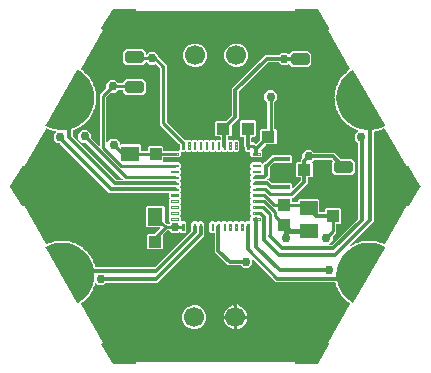
<source format=gbr>
G04 EAGLE Gerber RS-274X export*
G75*
%MOMM*%
%FSLAX34Y34*%
%LPD*%
%INBottom Copper*%
%IPPOS*%
%AMOC8*
5,1,8,0,0,1.08239X$1,22.5*%
G01*
%ADD10R,1.100000X1.000000*%
%ADD11R,1.500000X1.300000*%
%ADD12C,0.124994*%
%ADD13R,5.699988X5.699988*%
%ADD14R,1.399997X0.400000*%
%ADD15R,1.300000X1.500000*%
%ADD16R,1.000000X1.100000*%
%ADD17C,0.499997*%
%ADD18C,1.000000*%
%ADD19C,1.700000*%
%ADD20C,0.756400*%
%ADD21C,0.254000*%
%ADD22C,0.304800*%
%ADD23C,0.406400*%

G36*
X278630Y195708D02*
X278630Y195708D01*
X278658Y195706D01*
X278726Y195728D01*
X278797Y195742D01*
X278820Y195758D01*
X278847Y195767D01*
X278902Y195814D01*
X278961Y195855D01*
X278976Y195879D01*
X278998Y195897D01*
X279029Y195962D01*
X279068Y196022D01*
X279073Y196050D01*
X279085Y196076D01*
X279094Y196177D01*
X279101Y196219D01*
X279099Y196229D01*
X279100Y196242D01*
X278982Y197719D01*
X413422Y197719D01*
X413304Y196242D01*
X413308Y196213D01*
X413303Y196185D01*
X413320Y196116D01*
X413328Y196044D01*
X413343Y196020D01*
X413349Y195992D01*
X413392Y195934D01*
X413428Y195872D01*
X413450Y195855D01*
X413467Y195832D01*
X413529Y195795D01*
X413586Y195752D01*
X413614Y195745D01*
X413638Y195730D01*
X413738Y195714D01*
X413779Y195703D01*
X413789Y195705D01*
X413802Y195703D01*
X432802Y195703D01*
X432878Y195718D01*
X432956Y195727D01*
X432975Y195738D01*
X432997Y195742D01*
X433061Y195786D01*
X433129Y195825D01*
X433145Y195844D01*
X433161Y195855D01*
X433185Y195893D01*
X433235Y195953D01*
X442735Y212453D01*
X442744Y212480D01*
X442760Y212504D01*
X442775Y212574D01*
X442798Y212642D01*
X442795Y212670D01*
X442801Y212698D01*
X442788Y212769D01*
X442782Y212840D01*
X442769Y212865D01*
X442763Y212893D01*
X442723Y212953D01*
X442690Y213016D01*
X442668Y213034D01*
X442652Y213058D01*
X442569Y213116D01*
X442537Y213143D01*
X442526Y213146D01*
X442516Y213153D01*
X441197Y213777D01*
X460088Y246497D01*
X460115Y246579D01*
X460147Y246660D01*
X460147Y246674D01*
X460152Y246687D01*
X460145Y246774D01*
X460144Y246860D01*
X460138Y246873D01*
X460137Y246887D01*
X460098Y246964D01*
X460062Y247044D01*
X460052Y247054D01*
X460046Y247066D01*
X460003Y247102D01*
X459934Y247170D01*
X458814Y247933D01*
X458749Y247960D01*
X458687Y247995D01*
X458655Y248000D01*
X458629Y248011D01*
X458577Y248011D01*
X458509Y248021D01*
X458503Y248021D01*
X458028Y248462D01*
X457998Y248480D01*
X457968Y248509D01*
X457432Y248874D01*
X457431Y248880D01*
X457404Y248945D01*
X457386Y249013D01*
X457366Y249039D01*
X457356Y249065D01*
X457319Y249102D01*
X457278Y249157D01*
X455539Y250770D01*
X455478Y250806D01*
X455423Y250850D01*
X455392Y250860D01*
X455368Y250874D01*
X455317Y250882D01*
X455250Y250902D01*
X455245Y250902D01*
X454840Y251410D01*
X454814Y251432D01*
X454789Y251465D01*
X454313Y251906D01*
X454313Y251912D01*
X454296Y251980D01*
X454288Y252051D01*
X454272Y252079D01*
X454266Y252107D01*
X454235Y252148D01*
X454202Y252209D01*
X452723Y254063D01*
X452669Y254108D01*
X452621Y254159D01*
X452591Y254173D01*
X452570Y254191D01*
X452520Y254207D01*
X452458Y254236D01*
X452452Y254238D01*
X452128Y254800D01*
X452105Y254826D01*
X452085Y254862D01*
X451680Y255369D01*
X451681Y255375D01*
X451675Y255445D01*
X451677Y255516D01*
X451666Y255546D01*
X451664Y255574D01*
X451640Y255620D01*
X451616Y255685D01*
X450430Y257739D01*
X450383Y257792D01*
X450343Y257850D01*
X450316Y257868D01*
X450297Y257889D01*
X450251Y257911D01*
X450193Y257950D01*
X450188Y257952D01*
X449951Y258556D01*
X449932Y258585D01*
X449918Y258624D01*
X449593Y259186D01*
X449595Y259191D01*
X449599Y259262D01*
X449612Y259331D01*
X449606Y259363D01*
X449607Y259391D01*
X449590Y259440D01*
X449577Y259508D01*
X448710Y261715D01*
X448672Y261774D01*
X448641Y261838D01*
X448616Y261860D01*
X448601Y261884D01*
X448559Y261913D01*
X448507Y261959D01*
X448503Y261962D01*
X448358Y262595D01*
X448344Y262626D01*
X448336Y262667D01*
X448099Y263271D01*
X448101Y263276D01*
X448116Y263345D01*
X448139Y263412D01*
X448137Y263445D01*
X448143Y263472D01*
X448133Y263523D01*
X448130Y263592D01*
X447910Y264555D01*
X447890Y264600D01*
X447879Y264648D01*
X447849Y264690D01*
X447828Y264738D01*
X447792Y264771D01*
X447763Y264811D01*
X447719Y264839D01*
X447681Y264874D01*
X447635Y264891D01*
X447593Y264917D01*
X447536Y264928D01*
X447493Y264943D01*
X447457Y264942D01*
X447416Y264949D01*
X397489Y264949D01*
X395703Y266735D01*
X395703Y266884D01*
X395702Y266892D01*
X395703Y266900D01*
X395682Y266990D01*
X395664Y267081D01*
X395659Y267087D01*
X395657Y267095D01*
X395555Y267243D01*
X378410Y284388D01*
X378407Y284389D01*
X378406Y284392D01*
X378325Y284444D01*
X378243Y284499D01*
X378240Y284499D01*
X378238Y284501D01*
X378142Y284518D01*
X378046Y284537D01*
X378043Y284536D01*
X378041Y284536D01*
X377944Y284515D01*
X377850Y284495D01*
X377848Y284493D01*
X377845Y284493D01*
X377765Y284436D01*
X377685Y284381D01*
X377684Y284378D01*
X377682Y284377D01*
X377630Y284294D01*
X377578Y284211D01*
X377577Y284209D01*
X377576Y284207D01*
X377544Y284029D01*
X377544Y280123D01*
X374435Y277014D01*
X370039Y277014D01*
X367929Y279124D01*
X367923Y279128D01*
X367918Y279134D01*
X367840Y279183D01*
X367762Y279235D01*
X367755Y279236D01*
X367748Y279240D01*
X367571Y279272D01*
X356877Y279272D01*
X345653Y290496D01*
X345653Y306170D01*
X345652Y306175D01*
X345653Y306180D01*
X345632Y306273D01*
X345614Y306366D01*
X345611Y306371D01*
X345610Y306376D01*
X345554Y306454D01*
X345501Y306532D01*
X345497Y306535D01*
X345494Y306539D01*
X345412Y306590D01*
X345333Y306641D01*
X345328Y306642D01*
X345323Y306645D01*
X345146Y306677D01*
X342187Y306677D01*
X340927Y307936D01*
X340927Y315467D01*
X342187Y316727D01*
X345217Y316727D01*
X345843Y316101D01*
X345848Y316098D01*
X345851Y316094D01*
X345931Y316042D01*
X346010Y315990D01*
X346015Y315989D01*
X346020Y315986D01*
X346114Y315970D01*
X346207Y315952D01*
X346212Y315953D01*
X346218Y315952D01*
X346310Y315974D01*
X346403Y315994D01*
X346408Y315997D01*
X346413Y315998D01*
X346561Y316101D01*
X347187Y316727D01*
X350217Y316727D01*
X350843Y316101D01*
X350848Y316098D01*
X350851Y316094D01*
X350931Y316042D01*
X351010Y315990D01*
X351015Y315989D01*
X351020Y315986D01*
X351114Y315970D01*
X351207Y315952D01*
X351212Y315953D01*
X351218Y315952D01*
X351310Y315974D01*
X351403Y315994D01*
X351408Y315997D01*
X351413Y315998D01*
X351561Y316101D01*
X352187Y316727D01*
X355217Y316727D01*
X355843Y316101D01*
X355848Y316098D01*
X355851Y316094D01*
X355931Y316042D01*
X356010Y315990D01*
X356015Y315989D01*
X356020Y315986D01*
X356114Y315970D01*
X356207Y315952D01*
X356212Y315953D01*
X356218Y315952D01*
X356310Y315974D01*
X356403Y315994D01*
X356408Y315997D01*
X356413Y315998D01*
X356561Y316101D01*
X357187Y316727D01*
X360217Y316727D01*
X360843Y316101D01*
X360848Y316098D01*
X360851Y316094D01*
X360931Y316042D01*
X361010Y315990D01*
X361015Y315989D01*
X361020Y315986D01*
X361114Y315970D01*
X361207Y315952D01*
X361212Y315953D01*
X361218Y315952D01*
X361310Y315974D01*
X361403Y315994D01*
X361408Y315997D01*
X361413Y315998D01*
X361561Y316101D01*
X362187Y316727D01*
X365217Y316727D01*
X365843Y316101D01*
X365848Y316098D01*
X365851Y316094D01*
X365931Y316042D01*
X366010Y315990D01*
X366015Y315989D01*
X366020Y315986D01*
X366114Y315970D01*
X366207Y315952D01*
X366212Y315953D01*
X366218Y315952D01*
X366310Y315974D01*
X366403Y315994D01*
X366408Y315997D01*
X366413Y315998D01*
X366561Y316101D01*
X367187Y316727D01*
X370217Y316727D01*
X370843Y316101D01*
X370848Y316098D01*
X370851Y316094D01*
X370931Y316042D01*
X371010Y315990D01*
X371015Y315989D01*
X371020Y315986D01*
X371114Y315970D01*
X371207Y315952D01*
X371212Y315953D01*
X371218Y315952D01*
X371310Y315974D01*
X371403Y315994D01*
X371408Y315997D01*
X371413Y315998D01*
X371561Y316101D01*
X372187Y316727D01*
X375170Y316727D01*
X375175Y316728D01*
X375180Y316727D01*
X375273Y316748D01*
X375367Y316766D01*
X375371Y316769D01*
X375376Y316770D01*
X375454Y316826D01*
X375532Y316879D01*
X375535Y316883D01*
X375540Y316886D01*
X375590Y316968D01*
X375642Y317047D01*
X375643Y317052D01*
X375645Y317057D01*
X375677Y317234D01*
X375677Y320217D01*
X376303Y320843D01*
X376306Y320848D01*
X376310Y320851D01*
X376362Y320931D01*
X376414Y321010D01*
X376415Y321015D01*
X376418Y321020D01*
X376434Y321114D01*
X376452Y321207D01*
X376451Y321212D01*
X376452Y321218D01*
X376430Y321310D01*
X376410Y321403D01*
X376407Y321408D01*
X376406Y321413D01*
X376303Y321561D01*
X375677Y322187D01*
X375677Y325217D01*
X376303Y325843D01*
X376306Y325848D01*
X376310Y325851D01*
X376362Y325931D01*
X376414Y326010D01*
X376415Y326015D01*
X376418Y326020D01*
X376434Y326114D01*
X376452Y326207D01*
X376451Y326212D01*
X376452Y326218D01*
X376430Y326310D01*
X376410Y326403D01*
X376407Y326408D01*
X376406Y326413D01*
X376303Y326561D01*
X375677Y327187D01*
X375677Y330217D01*
X376303Y330843D01*
X376306Y330848D01*
X376310Y330851D01*
X376362Y330931D01*
X376414Y331010D01*
X376415Y331015D01*
X376418Y331020D01*
X376434Y331114D01*
X376452Y331207D01*
X376451Y331212D01*
X376452Y331218D01*
X376430Y331310D01*
X376410Y331403D01*
X376407Y331408D01*
X376406Y331413D01*
X376303Y331561D01*
X375677Y332187D01*
X375677Y335217D01*
X376303Y335843D01*
X376306Y335848D01*
X376310Y335851D01*
X376362Y335931D01*
X376414Y336010D01*
X376415Y336015D01*
X376418Y336020D01*
X376434Y336114D01*
X376452Y336207D01*
X376451Y336212D01*
X376452Y336218D01*
X376430Y336310D01*
X376410Y336403D01*
X376407Y336408D01*
X376406Y336413D01*
X376303Y336561D01*
X375677Y337187D01*
X375677Y340217D01*
X376303Y340843D01*
X376306Y340848D01*
X376310Y340851D01*
X376362Y340931D01*
X376414Y341010D01*
X376415Y341015D01*
X376418Y341020D01*
X376434Y341114D01*
X376452Y341207D01*
X376451Y341212D01*
X376452Y341218D01*
X376430Y341310D01*
X376410Y341403D01*
X376407Y341408D01*
X376406Y341413D01*
X376303Y341561D01*
X375677Y342187D01*
X375677Y345217D01*
X376303Y345843D01*
X376306Y345848D01*
X376310Y345851D01*
X376362Y345931D01*
X376414Y346010D01*
X376415Y346015D01*
X376418Y346020D01*
X376434Y346114D01*
X376452Y346207D01*
X376451Y346212D01*
X376452Y346218D01*
X376430Y346310D01*
X376410Y346403D01*
X376407Y346408D01*
X376406Y346413D01*
X376303Y346561D01*
X375677Y347187D01*
X375677Y350217D01*
X376303Y350843D01*
X376306Y350848D01*
X376310Y350851D01*
X376362Y350931D01*
X376414Y351010D01*
X376415Y351015D01*
X376418Y351020D01*
X376434Y351114D01*
X376452Y351207D01*
X376451Y351212D01*
X376452Y351218D01*
X376430Y351310D01*
X376410Y351403D01*
X376407Y351408D01*
X376406Y351413D01*
X376303Y351561D01*
X375677Y352187D01*
X375677Y355217D01*
X376303Y355843D01*
X376306Y355848D01*
X376310Y355851D01*
X376362Y355931D01*
X376414Y356010D01*
X376415Y356015D01*
X376418Y356020D01*
X376434Y356114D01*
X376452Y356207D01*
X376451Y356212D01*
X376452Y356218D01*
X376430Y356310D01*
X376410Y356403D01*
X376407Y356408D01*
X376406Y356413D01*
X376303Y356561D01*
X375677Y357187D01*
X375677Y360217D01*
X376303Y360843D01*
X376306Y360848D01*
X376310Y360851D01*
X376362Y360931D01*
X376414Y361010D01*
X376415Y361015D01*
X376418Y361020D01*
X376434Y361114D01*
X376452Y361207D01*
X376451Y361212D01*
X376452Y361218D01*
X376430Y361310D01*
X376410Y361403D01*
X376407Y361408D01*
X376406Y361413D01*
X376303Y361561D01*
X375677Y362187D01*
X375677Y365217D01*
X376937Y366477D01*
X384468Y366477D01*
X385594Y365350D01*
X385598Y365347D01*
X385601Y365343D01*
X385681Y365292D01*
X385761Y365239D01*
X385766Y365238D01*
X385771Y365235D01*
X385864Y365219D01*
X385958Y365202D01*
X385963Y365203D01*
X385968Y365202D01*
X386061Y365223D01*
X386154Y365243D01*
X386158Y365246D01*
X386163Y365247D01*
X386311Y365350D01*
X387738Y366777D01*
X387887Y366777D01*
X387895Y366778D01*
X387903Y366777D01*
X387993Y366798D01*
X388084Y366816D01*
X388090Y366821D01*
X388098Y366823D01*
X388246Y366925D01*
X391817Y370496D01*
X393603Y372282D01*
X393859Y372282D01*
X393866Y372283D01*
X393874Y372282D01*
X393964Y372303D01*
X394055Y372322D01*
X394062Y372326D01*
X394069Y372328D01*
X394217Y372430D01*
X394799Y373012D01*
X410062Y373012D01*
X410955Y372119D01*
X410955Y366856D01*
X410062Y365962D01*
X395398Y365962D01*
X395390Y365961D01*
X395382Y365962D01*
X395293Y365941D01*
X395201Y365923D01*
X395195Y365918D01*
X395187Y365917D01*
X395039Y365814D01*
X392198Y362973D01*
X392194Y362966D01*
X392188Y362962D01*
X392139Y362883D01*
X392087Y362806D01*
X392086Y362798D01*
X392082Y362792D01*
X392050Y362614D01*
X392050Y354337D01*
X390329Y352617D01*
X390328Y352614D01*
X390326Y352613D01*
X390273Y352532D01*
X390218Y352450D01*
X390218Y352447D01*
X390216Y352445D01*
X390199Y352349D01*
X390181Y352253D01*
X390181Y352250D01*
X390181Y352248D01*
X390202Y352151D01*
X390222Y352057D01*
X390224Y352055D01*
X390224Y352052D01*
X390281Y351972D01*
X390337Y351892D01*
X390339Y351891D01*
X390340Y351889D01*
X390423Y351837D01*
X390506Y351785D01*
X390508Y351784D01*
X390511Y351783D01*
X390688Y351751D01*
X390939Y351751D01*
X393879Y348810D01*
X393884Y348807D01*
X393887Y348803D01*
X393967Y348752D01*
X394046Y348699D01*
X394052Y348698D01*
X394056Y348695D01*
X394150Y348679D01*
X394243Y348662D01*
X394248Y348663D01*
X394254Y348662D01*
X394346Y348683D01*
X394439Y348703D01*
X394444Y348706D01*
X394449Y348707D01*
X394597Y348810D01*
X394799Y349012D01*
X410062Y349012D01*
X410955Y348119D01*
X410955Y345117D01*
X410955Y345115D01*
X410955Y345112D01*
X410975Y345017D01*
X410995Y344921D01*
X410996Y344918D01*
X410997Y344916D01*
X411053Y344835D01*
X411107Y344755D01*
X411109Y344753D01*
X411111Y344751D01*
X411195Y344698D01*
X411275Y344646D01*
X411278Y344645D01*
X411280Y344644D01*
X411377Y344627D01*
X411473Y344610D01*
X411475Y344611D01*
X411478Y344610D01*
X411571Y344632D01*
X411668Y344654D01*
X411670Y344655D01*
X411673Y344656D01*
X411821Y344758D01*
X418393Y351331D01*
X418398Y351337D01*
X418404Y351342D01*
X418453Y351421D01*
X418504Y351498D01*
X418506Y351506D01*
X418510Y351512D01*
X418542Y351690D01*
X418542Y353358D01*
X418541Y353363D01*
X418542Y353368D01*
X418521Y353461D01*
X418502Y353554D01*
X418499Y353559D01*
X418498Y353564D01*
X418443Y353642D01*
X418390Y353720D01*
X418385Y353723D01*
X418382Y353727D01*
X418301Y353778D01*
X418222Y353829D01*
X418216Y353830D01*
X418212Y353833D01*
X418035Y353865D01*
X415459Y353865D01*
X414566Y354758D01*
X414566Y366021D01*
X415459Y366915D01*
X418035Y366915D01*
X418040Y366916D01*
X418045Y366915D01*
X418138Y366935D01*
X418231Y366954D01*
X418235Y366957D01*
X418241Y366958D01*
X418318Y367014D01*
X418397Y367067D01*
X418400Y367071D01*
X418404Y367074D01*
X418455Y367156D01*
X418506Y367235D01*
X418507Y367240D01*
X418510Y367245D01*
X418542Y367422D01*
X418542Y369259D01*
X419741Y370458D01*
X419745Y370465D01*
X419751Y370469D01*
X419800Y370548D01*
X419852Y370625D01*
X419853Y370633D01*
X419857Y370640D01*
X419889Y370817D01*
X419889Y373800D01*
X422998Y376909D01*
X427394Y376909D01*
X429504Y374799D01*
X429510Y374795D01*
X429515Y374789D01*
X429593Y374740D01*
X429671Y374688D01*
X429678Y374687D01*
X429685Y374683D01*
X429862Y374651D01*
X446886Y374651D01*
X452202Y369334D01*
X452208Y369330D01*
X452213Y369324D01*
X452292Y369275D01*
X452369Y369224D01*
X452376Y369222D01*
X452383Y369218D01*
X452560Y369186D01*
X461731Y369186D01*
X464088Y366828D01*
X464088Y358494D01*
X461731Y356136D01*
X447396Y356136D01*
X445039Y358494D01*
X445039Y366828D01*
X445203Y366993D01*
X445206Y366997D01*
X445210Y367000D01*
X445262Y367080D01*
X445314Y367160D01*
X445315Y367165D01*
X445318Y367169D01*
X445334Y367263D01*
X445352Y367356D01*
X445351Y367362D01*
X445351Y367367D01*
X445330Y367459D01*
X445310Y367553D01*
X445307Y367557D01*
X445306Y367562D01*
X445203Y367710D01*
X444508Y368405D01*
X444502Y368409D01*
X444497Y368415D01*
X444418Y368464D01*
X444341Y368516D01*
X444334Y368517D01*
X444327Y368521D01*
X444150Y368553D01*
X429862Y368553D01*
X429854Y368552D01*
X429847Y368553D01*
X429757Y368532D01*
X429666Y368514D01*
X429659Y368509D01*
X429652Y368507D01*
X429504Y368405D01*
X428226Y367128D01*
X428223Y367123D01*
X428219Y367120D01*
X428168Y367040D01*
X428116Y366961D01*
X428115Y366956D01*
X428112Y366951D01*
X428096Y366857D01*
X428078Y366764D01*
X428079Y366759D01*
X428078Y366753D01*
X428100Y366661D01*
X428120Y366568D01*
X428123Y366563D01*
X428124Y366558D01*
X428226Y366410D01*
X428615Y366021D01*
X428615Y354758D01*
X427722Y353865D01*
X425147Y353865D01*
X425141Y353864D01*
X425136Y353865D01*
X425043Y353844D01*
X424950Y353826D01*
X424946Y353823D01*
X424941Y353821D01*
X424863Y353766D01*
X424784Y353713D01*
X424781Y353709D01*
X424777Y353705D01*
X424727Y353624D01*
X424675Y353545D01*
X424674Y353540D01*
X424671Y353535D01*
X424639Y353358D01*
X424639Y348954D01*
X412235Y336549D01*
X411250Y336549D01*
X411245Y336548D01*
X411240Y336549D01*
X411147Y336528D01*
X411054Y336510D01*
X411049Y336507D01*
X411044Y336506D01*
X410966Y336450D01*
X410888Y336397D01*
X410885Y336393D01*
X410881Y336390D01*
X410830Y336308D01*
X410779Y336229D01*
X410778Y336224D01*
X410775Y336219D01*
X410743Y336042D01*
X410743Y333663D01*
X410744Y333658D01*
X410743Y333652D01*
X410764Y333559D01*
X410782Y333466D01*
X410785Y333462D01*
X410787Y333457D01*
X410842Y333379D01*
X410895Y333300D01*
X410899Y333298D01*
X410903Y333293D01*
X410984Y333243D01*
X411063Y333191D01*
X411068Y333190D01*
X411073Y333187D01*
X411250Y333155D01*
X415673Y333155D01*
X415679Y333156D01*
X415684Y333156D01*
X415777Y333176D01*
X415870Y333195D01*
X415874Y333198D01*
X415879Y333199D01*
X415957Y333254D01*
X416036Y333308D01*
X416039Y333312D01*
X416043Y333315D01*
X416093Y333396D01*
X416145Y333476D01*
X416146Y333481D01*
X416149Y333485D01*
X416181Y333663D01*
X416181Y334603D01*
X417074Y335496D01*
X433337Y335496D01*
X434230Y334603D01*
X434230Y324673D01*
X434231Y324666D01*
X434230Y324660D01*
X434251Y324568D01*
X434270Y324476D01*
X434274Y324471D01*
X434275Y324464D01*
X434330Y324388D01*
X434382Y324310D01*
X434388Y324307D01*
X434392Y324301D01*
X434472Y324252D01*
X434550Y324201D01*
X434557Y324200D01*
X434563Y324197D01*
X434740Y324165D01*
X438078Y324184D01*
X438082Y324185D01*
X438086Y324184D01*
X438180Y324205D01*
X438275Y324225D01*
X438278Y324227D01*
X438281Y324228D01*
X438360Y324283D01*
X438440Y324338D01*
X438442Y324341D01*
X438445Y324344D01*
X438496Y324426D01*
X438548Y324507D01*
X438549Y324511D01*
X438551Y324514D01*
X438583Y324691D01*
X438583Y326808D01*
X439476Y327702D01*
X451739Y327702D01*
X452632Y326808D01*
X452632Y315545D01*
X451739Y314652D01*
X448909Y314652D01*
X448904Y314651D01*
X448899Y314652D01*
X448806Y314631D01*
X448713Y314612D01*
X448709Y314610D01*
X448703Y314608D01*
X448626Y314553D01*
X448547Y314500D01*
X448544Y314495D01*
X448540Y314492D01*
X448489Y314411D01*
X448438Y314332D01*
X448437Y314327D01*
X448434Y314322D01*
X448402Y314145D01*
X448402Y307036D01*
X445510Y304144D01*
X445506Y304137D01*
X445500Y304133D01*
X445451Y304054D01*
X445399Y303977D01*
X445398Y303969D01*
X445394Y303963D01*
X445362Y303785D01*
X445362Y300443D01*
X442422Y297504D01*
X442421Y297501D01*
X442419Y297500D01*
X442365Y297418D01*
X442312Y297337D01*
X442311Y297334D01*
X442310Y297332D01*
X442292Y297236D01*
X442274Y297140D01*
X442274Y297137D01*
X442274Y297135D01*
X442295Y297038D01*
X442316Y296944D01*
X442317Y296942D01*
X442318Y296939D01*
X442374Y296859D01*
X442430Y296779D01*
X442432Y296778D01*
X442434Y296776D01*
X442516Y296724D01*
X442599Y296672D01*
X442602Y296671D01*
X442604Y296670D01*
X442781Y296638D01*
X444548Y296638D01*
X444556Y296639D01*
X444564Y296638D01*
X444654Y296659D01*
X444745Y296677D01*
X444752Y296682D01*
X444759Y296684D01*
X444907Y296786D01*
X466735Y318614D01*
X466740Y318621D01*
X466746Y318625D01*
X466795Y318704D01*
X466846Y318781D01*
X466848Y318789D01*
X466852Y318796D01*
X466884Y318973D01*
X466884Y382954D01*
X466882Y382962D01*
X466883Y382970D01*
X466862Y383060D01*
X466844Y383151D01*
X466840Y383157D01*
X466838Y383165D01*
X466735Y383313D01*
X464459Y385589D01*
X464459Y389985D01*
X467301Y392827D01*
X467316Y392850D01*
X467337Y392868D01*
X467371Y392933D01*
X467412Y392994D01*
X467417Y393022D01*
X467430Y393046D01*
X467436Y393119D01*
X467449Y393191D01*
X467444Y393218D01*
X467446Y393246D01*
X467423Y393316D01*
X467408Y393387D01*
X467392Y393410D01*
X467383Y393436D01*
X467335Y393492D01*
X467293Y393552D01*
X467270Y393567D01*
X467252Y393588D01*
X467172Y393629D01*
X467124Y393659D01*
X467108Y393662D01*
X467092Y393671D01*
X466423Y393877D01*
X466353Y393884D01*
X466284Y393900D01*
X466251Y393895D01*
X466223Y393897D01*
X466174Y393882D01*
X466106Y393871D01*
X466101Y393870D01*
X465516Y394151D01*
X465482Y394160D01*
X465446Y394179D01*
X464826Y394370D01*
X464823Y394375D01*
X464778Y394430D01*
X464740Y394490D01*
X464714Y394509D01*
X464696Y394531D01*
X464651Y394555D01*
X464595Y394595D01*
X462458Y395625D01*
X462390Y395642D01*
X462324Y395668D01*
X462291Y395668D01*
X462264Y395675D01*
X462213Y395667D01*
X462144Y395666D01*
X462139Y395665D01*
X461603Y396031D01*
X461571Y396045D01*
X461537Y396069D01*
X460952Y396351D01*
X460951Y396356D01*
X460915Y396417D01*
X460886Y396481D01*
X460863Y396504D01*
X460848Y396528D01*
X460807Y396559D01*
X460758Y396608D01*
X458799Y397944D01*
X458734Y397972D01*
X458672Y398007D01*
X458640Y398011D01*
X458614Y398022D01*
X458563Y398022D01*
X458494Y398032D01*
X458489Y398032D01*
X458013Y398473D01*
X457984Y398491D01*
X457954Y398521D01*
X457418Y398886D01*
X457417Y398892D01*
X457390Y398957D01*
X457372Y399025D01*
X457352Y399051D01*
X457341Y399077D01*
X457305Y399114D01*
X457263Y399169D01*
X455526Y400783D01*
X455466Y400820D01*
X455410Y400863D01*
X455379Y400873D01*
X455355Y400887D01*
X455304Y400895D01*
X455237Y400915D01*
X455232Y400916D01*
X454828Y401423D01*
X454801Y401446D01*
X454776Y401479D01*
X454300Y401920D01*
X454300Y401926D01*
X454284Y401995D01*
X454276Y402065D01*
X454260Y402093D01*
X454253Y402121D01*
X454223Y402162D01*
X454190Y402223D01*
X452712Y404078D01*
X452658Y404123D01*
X452610Y404175D01*
X452580Y404189D01*
X452559Y404207D01*
X452509Y404222D01*
X452447Y404251D01*
X452442Y404253D01*
X452117Y404815D01*
X452094Y404841D01*
X452075Y404878D01*
X451670Y405385D01*
X451671Y405390D01*
X451665Y405461D01*
X451667Y405531D01*
X451656Y405562D01*
X451654Y405590D01*
X451630Y405636D01*
X451606Y405701D01*
X450421Y407755D01*
X450374Y407808D01*
X450334Y407866D01*
X450307Y407884D01*
X450289Y407905D01*
X450242Y407928D01*
X450185Y407966D01*
X450180Y407969D01*
X449943Y408573D01*
X449924Y408602D01*
X449910Y408641D01*
X449586Y409203D01*
X449587Y409208D01*
X449592Y409279D01*
X449604Y409348D01*
X449598Y409380D01*
X449600Y409408D01*
X449583Y409457D01*
X449569Y409525D01*
X448704Y411733D01*
X448666Y411792D01*
X448635Y411855D01*
X448610Y411878D01*
X448595Y411901D01*
X448553Y411930D01*
X448502Y411977D01*
X448497Y411980D01*
X448353Y412613D01*
X448338Y412644D01*
X448330Y412685D01*
X448093Y413289D01*
X448096Y413294D01*
X448111Y413363D01*
X448134Y413430D01*
X448132Y413463D01*
X448138Y413490D01*
X448129Y413541D01*
X448125Y413610D01*
X447598Y415922D01*
X447570Y415986D01*
X447548Y416054D01*
X447528Y416079D01*
X447516Y416105D01*
X447478Y416140D01*
X447435Y416194D01*
X447431Y416197D01*
X447382Y416844D01*
X447373Y416878D01*
X447371Y416919D01*
X447227Y417552D01*
X447230Y417557D01*
X447255Y417623D01*
X447288Y417685D01*
X447291Y417718D01*
X447301Y417744D01*
X447299Y417796D01*
X447306Y417864D01*
X447130Y420229D01*
X447111Y420297D01*
X447100Y420367D01*
X447083Y420395D01*
X447076Y420422D01*
X447044Y420463D01*
X447009Y420522D01*
X447005Y420526D01*
X447054Y421173D01*
X447049Y421208D01*
X447054Y421249D01*
X447005Y421896D01*
X447009Y421900D01*
X447044Y421962D01*
X447085Y422019D01*
X447094Y422051D01*
X447107Y422075D01*
X447113Y422127D01*
X447131Y422193D01*
X447308Y424558D01*
X447300Y424628D01*
X447299Y424699D01*
X447287Y424729D01*
X447284Y424757D01*
X447258Y424802D01*
X447232Y424866D01*
X447229Y424871D01*
X447374Y425503D01*
X447375Y425538D01*
X447385Y425578D01*
X447434Y426225D01*
X447438Y426229D01*
X447482Y426285D01*
X447531Y426335D01*
X447544Y426365D01*
X447561Y426387D01*
X447575Y426437D01*
X447602Y426500D01*
X448130Y428812D01*
X448132Y428883D01*
X448142Y428953D01*
X448135Y428984D01*
X448135Y429012D01*
X448117Y429061D01*
X448101Y429128D01*
X448099Y429133D01*
X448336Y429737D01*
X448342Y429771D01*
X448358Y429809D01*
X448503Y430442D01*
X448507Y430445D01*
X448559Y430493D01*
X448615Y430536D01*
X448632Y430563D01*
X448653Y430583D01*
X448674Y430630D01*
X448710Y430689D01*
X449577Y432896D01*
X449589Y432966D01*
X449610Y433033D01*
X449607Y433066D01*
X449612Y433093D01*
X449601Y433144D01*
X449595Y433213D01*
X449593Y433218D01*
X449918Y433780D01*
X449929Y433813D01*
X449951Y433848D01*
X450188Y434452D01*
X450193Y434454D01*
X450251Y434495D01*
X450313Y434528D01*
X450335Y434553D01*
X450358Y434569D01*
X450385Y434613D01*
X450430Y434665D01*
X451616Y436719D01*
X451639Y436786D01*
X451669Y436849D01*
X451671Y436882D01*
X451680Y436909D01*
X451676Y436960D01*
X451681Y437029D01*
X451680Y437035D01*
X452085Y437542D01*
X452101Y437573D01*
X452128Y437604D01*
X452452Y438166D01*
X452458Y438168D01*
X452502Y438190D01*
X452527Y438195D01*
X452547Y438208D01*
X452588Y438223D01*
X452612Y438244D01*
X452637Y438257D01*
X452665Y438288D01*
X452693Y438307D01*
X452704Y438324D01*
X452723Y438341D01*
X454202Y440195D01*
X454234Y440258D01*
X454274Y440316D01*
X454281Y440348D01*
X454294Y440373D01*
X454298Y440425D01*
X454313Y440492D01*
X454313Y440498D01*
X454789Y440939D01*
X454809Y440967D01*
X454840Y440994D01*
X455245Y441502D01*
X455250Y441502D01*
X455318Y441524D01*
X455387Y441537D01*
X455415Y441555D01*
X455441Y441564D01*
X455481Y441597D01*
X455539Y441634D01*
X457278Y443247D01*
X457319Y443304D01*
X457367Y443356D01*
X457378Y443387D01*
X457395Y443409D01*
X457406Y443460D01*
X457431Y443524D01*
X457432Y443530D01*
X457968Y443895D01*
X457993Y443920D01*
X458028Y443942D01*
X458503Y444384D01*
X458509Y444383D01*
X458579Y444395D01*
X458649Y444398D01*
X458679Y444411D01*
X458707Y444415D01*
X458751Y444443D01*
X458814Y444471D01*
X459934Y445234D01*
X459994Y445296D01*
X460058Y445355D01*
X460064Y445368D01*
X460074Y445378D01*
X460106Y445458D01*
X460142Y445537D01*
X460143Y445551D01*
X460148Y445564D01*
X460146Y445651D01*
X460149Y445737D01*
X460144Y445751D01*
X460143Y445764D01*
X460121Y445815D01*
X460088Y445907D01*
X441197Y478627D01*
X442516Y479251D01*
X442538Y479268D01*
X442565Y479278D01*
X442617Y479327D01*
X442675Y479370D01*
X442689Y479395D01*
X442710Y479414D01*
X442739Y479480D01*
X442775Y479542D01*
X442778Y479570D01*
X442790Y479596D01*
X442791Y479668D01*
X442800Y479739D01*
X442792Y479766D01*
X442793Y479795D01*
X442757Y479890D01*
X442746Y479930D01*
X442739Y479939D01*
X442735Y479951D01*
X433235Y496451D01*
X433183Y496510D01*
X433137Y496572D01*
X433118Y496583D01*
X433103Y496600D01*
X433033Y496634D01*
X432966Y496674D01*
X432942Y496678D01*
X432924Y496686D01*
X432879Y496688D01*
X432802Y496701D01*
X413802Y496701D01*
X413774Y496696D01*
X413746Y496698D01*
X413678Y496676D01*
X413607Y496662D01*
X413584Y496646D01*
X413557Y496637D01*
X413502Y496590D01*
X413443Y496549D01*
X413428Y496525D01*
X413407Y496507D01*
X413375Y496442D01*
X413336Y496382D01*
X413331Y496354D01*
X413319Y496328D01*
X413310Y496227D01*
X413303Y496185D01*
X413305Y496175D01*
X413304Y496162D01*
X413422Y494685D01*
X278982Y494685D01*
X279100Y496162D01*
X279096Y496191D01*
X279101Y496219D01*
X279084Y496288D01*
X279076Y496360D01*
X279062Y496384D01*
X279055Y496412D01*
X279012Y496470D01*
X278977Y496532D01*
X278954Y496549D01*
X278937Y496572D01*
X278875Y496609D01*
X278818Y496652D01*
X278790Y496659D01*
X278766Y496674D01*
X278666Y496690D01*
X278625Y496701D01*
X278615Y496699D01*
X278602Y496701D01*
X259602Y496701D01*
X259526Y496686D01*
X259448Y496677D01*
X259429Y496666D01*
X259407Y496662D01*
X259343Y496618D01*
X259275Y496579D01*
X259259Y496560D01*
X259243Y496549D01*
X259219Y496511D01*
X259169Y496451D01*
X249669Y479951D01*
X249660Y479924D01*
X249644Y479900D01*
X249629Y479830D01*
X249606Y479762D01*
X249609Y479734D01*
X249603Y479706D01*
X249617Y479636D01*
X249622Y479564D01*
X249635Y479539D01*
X249641Y479511D01*
X249681Y479451D01*
X249714Y479388D01*
X249736Y479370D01*
X249752Y479346D01*
X249835Y479288D01*
X249867Y479261D01*
X249878Y479258D01*
X249889Y479251D01*
X251207Y478627D01*
X232316Y445907D01*
X232289Y445825D01*
X232257Y445744D01*
X232257Y445730D01*
X232252Y445717D01*
X232259Y445630D01*
X232260Y445544D01*
X232266Y445531D01*
X232267Y445517D01*
X232306Y445440D01*
X232342Y445360D01*
X232352Y445350D01*
X232358Y445338D01*
X232401Y445303D01*
X232470Y445234D01*
X233590Y444471D01*
X233655Y444444D01*
X233717Y444409D01*
X233749Y444404D01*
X233775Y444393D01*
X233827Y444393D01*
X233895Y444383D01*
X233901Y444384D01*
X234376Y443942D01*
X234406Y443924D01*
X234436Y443895D01*
X234972Y443530D01*
X234973Y443524D01*
X235000Y443459D01*
X235018Y443391D01*
X235038Y443365D01*
X235048Y443339D01*
X235085Y443302D01*
X235126Y443247D01*
X236865Y441634D01*
X236925Y441598D01*
X236981Y441554D01*
X237012Y441544D01*
X237036Y441530D01*
X237087Y441522D01*
X237154Y441502D01*
X237159Y441502D01*
X237564Y440994D01*
X237590Y440972D01*
X237615Y440939D01*
X238091Y440498D01*
X238091Y440492D01*
X238108Y440424D01*
X238116Y440353D01*
X238132Y440325D01*
X238138Y440297D01*
X238169Y440256D01*
X238202Y440195D01*
X239681Y438341D01*
X239708Y438319D01*
X239726Y438293D01*
X239754Y438276D01*
X239783Y438245D01*
X239813Y438231D01*
X239834Y438213D01*
X239877Y438199D01*
X239896Y438187D01*
X239910Y438185D01*
X239946Y438168D01*
X239952Y438166D01*
X240276Y437604D01*
X240299Y437578D01*
X240319Y437542D01*
X240724Y437035D01*
X240723Y437029D01*
X240729Y436959D01*
X240727Y436888D01*
X240738Y436857D01*
X240740Y436829D01*
X240764Y436784D01*
X240788Y436719D01*
X241974Y434665D01*
X242021Y434612D01*
X242061Y434554D01*
X242088Y434536D01*
X242107Y434515D01*
X242153Y434493D01*
X242211Y434454D01*
X242216Y434452D01*
X242453Y433848D01*
X242472Y433819D01*
X242486Y433780D01*
X242811Y433218D01*
X242809Y433213D01*
X242805Y433142D01*
X242792Y433073D01*
X242798Y433041D01*
X242797Y433013D01*
X242814Y432964D01*
X242827Y432896D01*
X243694Y430689D01*
X243732Y430630D01*
X243763Y430566D01*
X243788Y430544D01*
X243803Y430520D01*
X243845Y430491D01*
X243897Y430445D01*
X243901Y430442D01*
X244046Y429809D01*
X244060Y429778D01*
X244068Y429737D01*
X244305Y429133D01*
X244303Y429128D01*
X244288Y429059D01*
X244265Y428992D01*
X244267Y428959D01*
X244261Y428932D01*
X244271Y428881D01*
X244274Y428812D01*
X244802Y426500D01*
X244831Y426436D01*
X244852Y426369D01*
X244873Y426343D01*
X244885Y426318D01*
X244922Y426283D01*
X244966Y426229D01*
X244970Y426225D01*
X245019Y425578D01*
X245028Y425545D01*
X245030Y425503D01*
X245175Y424871D01*
X245172Y424866D01*
X245147Y424800D01*
X245114Y424737D01*
X245111Y424705D01*
X245101Y424678D01*
X245103Y424627D01*
X245096Y424558D01*
X245273Y422193D01*
X245293Y422126D01*
X245303Y422056D01*
X245320Y422027D01*
X245328Y422000D01*
X245360Y421960D01*
X245395Y421900D01*
X245399Y421896D01*
X245350Y421249D01*
X245355Y421215D01*
X245350Y421173D01*
X245399Y420526D01*
X245395Y420522D01*
X245361Y420461D01*
X245319Y420404D01*
X245311Y420372D01*
X245297Y420347D01*
X245291Y420296D01*
X245274Y420229D01*
X245098Y417864D01*
X245106Y417794D01*
X245107Y417724D01*
X245119Y417693D01*
X245123Y417665D01*
X245148Y417621D01*
X245174Y417557D01*
X245177Y417552D01*
X245033Y416919D01*
X245032Y416885D01*
X245022Y416844D01*
X244973Y416197D01*
X244969Y416194D01*
X244926Y416138D01*
X244876Y416088D01*
X244863Y416058D01*
X244846Y416035D01*
X244833Y415986D01*
X244806Y415922D01*
X244279Y413610D01*
X244277Y413539D01*
X244267Y413469D01*
X244274Y413438D01*
X244274Y413409D01*
X244292Y413361D01*
X244308Y413294D01*
X244311Y413289D01*
X244074Y412685D01*
X244068Y412651D01*
X244051Y412613D01*
X243907Y411980D01*
X243902Y411977D01*
X243851Y411928D01*
X243795Y411886D01*
X243778Y411858D01*
X243757Y411839D01*
X243737Y411792D01*
X243700Y411733D01*
X242835Y409525D01*
X242822Y409455D01*
X242802Y409388D01*
X242805Y409355D01*
X242800Y409328D01*
X242811Y409277D01*
X242817Y409208D01*
X242818Y409203D01*
X242494Y408641D01*
X242483Y408608D01*
X242461Y408573D01*
X242224Y407969D01*
X242219Y407966D01*
X242161Y407926D01*
X242099Y407893D01*
X242078Y407868D01*
X242055Y407851D01*
X242028Y407808D01*
X241983Y407755D01*
X240798Y405701D01*
X240775Y405634D01*
X240745Y405570D01*
X240743Y405538D01*
X240734Y405511D01*
X240738Y405460D01*
X240733Y405390D01*
X240734Y405385D01*
X240329Y404878D01*
X240313Y404847D01*
X240287Y404815D01*
X239962Y404253D01*
X239957Y404251D01*
X239894Y404220D01*
X239827Y404196D01*
X239803Y404175D01*
X239778Y404162D01*
X239744Y404123D01*
X239692Y404078D01*
X238214Y402223D01*
X238182Y402160D01*
X238142Y402102D01*
X238135Y402070D01*
X238122Y402045D01*
X238118Y401993D01*
X238104Y401926D01*
X238104Y401920D01*
X237628Y401479D01*
X237608Y401451D01*
X237576Y401423D01*
X237172Y400916D01*
X237167Y400915D01*
X237099Y400894D01*
X237030Y400880D01*
X237002Y400862D01*
X236976Y400854D01*
X236937Y400820D01*
X236878Y400783D01*
X235141Y399169D01*
X235099Y399112D01*
X235052Y399060D01*
X235040Y399029D01*
X235024Y399007D01*
X235012Y398956D01*
X234987Y398892D01*
X234986Y398886D01*
X234450Y398521D01*
X234426Y398496D01*
X234391Y398473D01*
X233915Y398032D01*
X233910Y398032D01*
X233840Y398021D01*
X233770Y398018D01*
X233740Y398004D01*
X233712Y398000D01*
X233668Y397972D01*
X233605Y397944D01*
X231646Y396608D01*
X231597Y396557D01*
X231542Y396513D01*
X231526Y396484D01*
X231506Y396464D01*
X231487Y396416D01*
X231453Y396356D01*
X231452Y396351D01*
X230867Y396069D01*
X230839Y396048D01*
X230801Y396031D01*
X230265Y395665D01*
X230260Y395666D01*
X230189Y395666D01*
X230119Y395673D01*
X230088Y395664D01*
X230060Y395664D01*
X230012Y395643D01*
X229946Y395625D01*
X227809Y394595D01*
X227753Y394553D01*
X227692Y394517D01*
X227672Y394491D01*
X227650Y394474D01*
X227624Y394430D01*
X227581Y394375D01*
X227579Y394370D01*
X226958Y394179D01*
X226928Y394162D01*
X226888Y394151D01*
X226303Y393870D01*
X226298Y393871D01*
X226228Y393881D01*
X226160Y393899D01*
X226127Y393895D01*
X226100Y393899D01*
X226050Y393886D01*
X225981Y393877D01*
X225708Y393793D01*
X225682Y393778D01*
X225652Y393772D01*
X225594Y393731D01*
X225532Y393697D01*
X225513Y393673D01*
X225489Y393656D01*
X225451Y393596D01*
X225407Y393541D01*
X225399Y393511D01*
X225383Y393486D01*
X225368Y393402D01*
X225352Y393348D01*
X225355Y393329D01*
X225351Y393308D01*
X225351Y389152D01*
X225352Y389144D01*
X225351Y389136D01*
X225372Y389047D01*
X225390Y388955D01*
X225395Y388949D01*
X225397Y388941D01*
X225499Y388793D01*
X262393Y351899D01*
X262400Y351895D01*
X262404Y351889D01*
X262483Y351840D01*
X262560Y351788D01*
X262568Y351787D01*
X262575Y351783D01*
X262752Y351751D01*
X267150Y351751D01*
X267153Y351751D01*
X267155Y351751D01*
X267250Y351771D01*
X267347Y351790D01*
X267349Y351792D01*
X267352Y351792D01*
X267432Y351848D01*
X267513Y351903D01*
X267514Y351905D01*
X267516Y351907D01*
X267569Y351990D01*
X267622Y352071D01*
X267622Y352074D01*
X267624Y352076D01*
X267640Y352172D01*
X267657Y352268D01*
X267657Y352271D01*
X267657Y352273D01*
X267635Y352367D01*
X267614Y352464D01*
X267612Y352466D01*
X267612Y352469D01*
X267509Y352617D01*
X236961Y383165D01*
X236954Y383169D01*
X236950Y383175D01*
X236871Y383224D01*
X236794Y383276D01*
X236786Y383277D01*
X236780Y383281D01*
X236602Y383313D01*
X233387Y383313D01*
X230278Y386422D01*
X230278Y390818D01*
X233387Y393927D01*
X237783Y393927D01*
X240892Y390818D01*
X240892Y387349D01*
X240893Y387341D01*
X240892Y387333D01*
X240913Y387243D01*
X240931Y387152D01*
X240936Y387146D01*
X240938Y387138D01*
X241040Y386990D01*
X247291Y380739D01*
X247294Y380738D01*
X247295Y380735D01*
X247376Y380683D01*
X247458Y380628D01*
X247461Y380628D01*
X247463Y380626D01*
X247559Y380609D01*
X247655Y380590D01*
X247658Y380591D01*
X247660Y380591D01*
X247757Y380612D01*
X247851Y380632D01*
X247853Y380634D01*
X247856Y380634D01*
X247936Y380691D01*
X248016Y380746D01*
X248017Y380749D01*
X248019Y380750D01*
X248071Y380833D01*
X248123Y380916D01*
X248124Y380918D01*
X248125Y380920D01*
X248157Y381098D01*
X248157Y423814D01*
X253625Y429281D01*
X253629Y429288D01*
X253635Y429292D01*
X253684Y429371D01*
X253736Y429448D01*
X253737Y429456D01*
X253741Y429462D01*
X253773Y429640D01*
X253773Y432982D01*
X256882Y436091D01*
X261278Y436091D01*
X263642Y433727D01*
X263648Y433723D01*
X263653Y433717D01*
X263731Y433668D01*
X263808Y433616D01*
X263816Y433615D01*
X263823Y433611D01*
X264000Y433579D01*
X267844Y433579D01*
X267849Y433580D01*
X267854Y433579D01*
X267947Y433600D01*
X268041Y433618D01*
X268045Y433621D01*
X268050Y433622D01*
X268128Y433677D01*
X268206Y433731D01*
X268209Y433735D01*
X268214Y433738D01*
X268264Y433820D01*
X268316Y433899D01*
X268317Y433904D01*
X268319Y433909D01*
X268351Y434086D01*
X268351Y434443D01*
X270709Y436801D01*
X285043Y436801D01*
X287401Y434443D01*
X287401Y426109D01*
X285043Y423751D01*
X270709Y423751D01*
X268351Y426109D01*
X268351Y427482D01*
X268350Y427487D01*
X268351Y427492D01*
X268330Y427585D01*
X268312Y427679D01*
X268309Y427683D01*
X268308Y427688D01*
X268252Y427766D01*
X268199Y427844D01*
X268195Y427847D01*
X268192Y427851D01*
X268110Y427902D01*
X268031Y427954D01*
X268026Y427954D01*
X268021Y427957D01*
X267844Y427989D01*
X264000Y427989D01*
X263992Y427988D01*
X263985Y427989D01*
X263895Y427968D01*
X263804Y427950D01*
X263797Y427945D01*
X263790Y427943D01*
X263642Y427841D01*
X261278Y425477D01*
X257936Y425477D01*
X257928Y425476D01*
X257920Y425477D01*
X257830Y425456D01*
X257739Y425438D01*
X257733Y425433D01*
X257725Y425431D01*
X257577Y425329D01*
X253895Y421647D01*
X253891Y421640D01*
X253885Y421636D01*
X253836Y421557D01*
X253784Y421480D01*
X253783Y421472D01*
X253779Y421466D01*
X253747Y421288D01*
X253747Y383888D01*
X253747Y383886D01*
X253747Y383883D01*
X253767Y383788D01*
X253786Y383692D01*
X253788Y383689D01*
X253788Y383687D01*
X253844Y383606D01*
X253899Y383526D01*
X253901Y383524D01*
X253903Y383522D01*
X253986Y383469D01*
X254067Y383417D01*
X254070Y383416D01*
X254072Y383415D01*
X254168Y383398D01*
X254264Y383381D01*
X254267Y383382D01*
X254269Y383381D01*
X254363Y383403D01*
X254460Y383425D01*
X254462Y383426D01*
X254465Y383427D01*
X254613Y383529D01*
X257771Y386688D01*
X262167Y386688D01*
X265276Y383579D01*
X265276Y382051D01*
X265276Y382048D01*
X265276Y382046D01*
X265296Y381951D01*
X265315Y381855D01*
X265317Y381852D01*
X265317Y381850D01*
X265373Y381770D01*
X265428Y381689D01*
X265430Y381687D01*
X265432Y381685D01*
X265514Y381633D01*
X265596Y381580D01*
X265599Y381579D01*
X265601Y381578D01*
X265696Y381561D01*
X265793Y381544D01*
X265796Y381545D01*
X265799Y381544D01*
X265892Y381566D01*
X265989Y381588D01*
X265991Y381589D01*
X265994Y381590D01*
X266114Y381673D01*
X282386Y381673D01*
X283279Y380780D01*
X283279Y376861D01*
X283280Y376856D01*
X283279Y376851D01*
X283300Y376758D01*
X283318Y376665D01*
X283321Y376660D01*
X283322Y376655D01*
X283378Y376577D01*
X283431Y376499D01*
X283435Y376496D01*
X283438Y376492D01*
X283520Y376441D01*
X283599Y376390D01*
X283604Y376389D01*
X283609Y376386D01*
X283786Y376354D01*
X288444Y376354D01*
X288449Y376355D01*
X288454Y376354D01*
X288547Y376375D01*
X288640Y376393D01*
X288644Y376396D01*
X288650Y376398D01*
X288727Y376453D01*
X288806Y376506D01*
X288809Y376511D01*
X288813Y376514D01*
X288864Y376595D01*
X288915Y376674D01*
X288916Y376679D01*
X288919Y376684D01*
X288951Y376861D01*
X288951Y379691D01*
X289844Y380584D01*
X301107Y380584D01*
X302000Y379691D01*
X302000Y377004D01*
X302001Y376999D01*
X302000Y376994D01*
X302021Y376901D01*
X302040Y376807D01*
X302043Y376803D01*
X302044Y376798D01*
X302099Y376720D01*
X302153Y376642D01*
X302157Y376639D01*
X302160Y376635D01*
X302241Y376584D01*
X302321Y376532D01*
X302326Y376532D01*
X302330Y376529D01*
X302508Y376497D01*
X312979Y376497D01*
X313090Y376477D01*
X315420Y376477D01*
X315425Y376478D01*
X315430Y376477D01*
X315523Y376498D01*
X315617Y376516D01*
X315621Y376519D01*
X315626Y376520D01*
X315704Y376576D01*
X315782Y376629D01*
X315785Y376633D01*
X315790Y376636D01*
X315840Y376718D01*
X315892Y376797D01*
X315893Y376802D01*
X315895Y376807D01*
X315927Y376984D01*
X315927Y379314D01*
X315926Y379319D01*
X315927Y379325D01*
X315927Y379327D01*
X315927Y379330D01*
X315907Y379415D01*
X315907Y381493D01*
X315906Y381501D01*
X315907Y381509D01*
X315886Y381598D01*
X315868Y381690D01*
X315863Y381696D01*
X315861Y381704D01*
X315759Y381852D01*
X299270Y398340D01*
X299270Y446121D01*
X299269Y446129D01*
X299270Y446137D01*
X299249Y446227D01*
X299231Y446318D01*
X299226Y446324D01*
X299224Y446332D01*
X299122Y446480D01*
X295886Y449716D01*
X295882Y449719D01*
X295879Y449723D01*
X295798Y449774D01*
X295719Y449827D01*
X295714Y449828D01*
X295709Y449830D01*
X295616Y449846D01*
X295522Y449864D01*
X295517Y449863D01*
X295512Y449864D01*
X295419Y449842D01*
X295326Y449823D01*
X295322Y449820D01*
X295317Y449818D01*
X295169Y449716D01*
X294679Y449226D01*
X290283Y449226D01*
X288059Y451450D01*
X288055Y451453D01*
X288052Y451457D01*
X287971Y451508D01*
X287892Y451561D01*
X287887Y451562D01*
X287883Y451565D01*
X287789Y451581D01*
X287695Y451599D01*
X287690Y451597D01*
X287685Y451598D01*
X287593Y451577D01*
X287499Y451557D01*
X287495Y451554D01*
X287490Y451553D01*
X287342Y451450D01*
X285043Y449151D01*
X270709Y449151D01*
X268351Y451509D01*
X268351Y459843D01*
X270709Y462201D01*
X285043Y462201D01*
X287401Y459843D01*
X287401Y458182D01*
X287401Y458180D01*
X287401Y458177D01*
X287421Y458082D01*
X287440Y457986D01*
X287442Y457983D01*
X287442Y457981D01*
X287498Y457900D01*
X287553Y457820D01*
X287555Y457818D01*
X287557Y457816D01*
X287640Y457763D01*
X287721Y457711D01*
X287724Y457710D01*
X287726Y457709D01*
X287822Y457692D01*
X287918Y457675D01*
X287921Y457676D01*
X287923Y457675D01*
X288018Y457697D01*
X288114Y457719D01*
X288116Y457720D01*
X288119Y457721D01*
X288267Y457823D01*
X290283Y459840D01*
X294679Y459840D01*
X297788Y456731D01*
X297788Y455929D01*
X297789Y455921D01*
X297788Y455913D01*
X297809Y455823D01*
X297827Y455732D01*
X297832Y455726D01*
X297834Y455718D01*
X297937Y455570D01*
X297964Y455542D01*
X304860Y448647D01*
X304860Y400866D01*
X304861Y400858D01*
X304860Y400850D01*
X304881Y400760D01*
X304899Y400669D01*
X304904Y400663D01*
X304906Y400655D01*
X305008Y400507D01*
X319640Y385875D01*
X319647Y385871D01*
X319651Y385865D01*
X319730Y385816D01*
X319807Y385764D01*
X319815Y385763D01*
X319821Y385759D01*
X319999Y385727D01*
X320217Y385727D01*
X320843Y385101D01*
X320848Y385098D01*
X320851Y385094D01*
X320931Y385043D01*
X321010Y384990D01*
X321015Y384989D01*
X321020Y384986D01*
X321114Y384970D01*
X321207Y384952D01*
X321212Y384953D01*
X321217Y384953D01*
X321310Y384974D01*
X321403Y384994D01*
X321408Y384997D01*
X321413Y384998D01*
X321561Y385101D01*
X322187Y385727D01*
X325217Y385727D01*
X325843Y385101D01*
X325848Y385098D01*
X325851Y385094D01*
X325931Y385043D01*
X326010Y384990D01*
X326015Y384989D01*
X326020Y384986D01*
X326114Y384970D01*
X326207Y384952D01*
X326212Y384953D01*
X326218Y384953D01*
X326310Y384974D01*
X326403Y384994D01*
X326408Y384997D01*
X326413Y384998D01*
X326561Y385101D01*
X327187Y385727D01*
X330217Y385727D01*
X330843Y385101D01*
X330848Y385098D01*
X330851Y385094D01*
X330931Y385043D01*
X331010Y384990D01*
X331015Y384989D01*
X331020Y384986D01*
X331114Y384970D01*
X331207Y384952D01*
X331212Y384953D01*
X331217Y384953D01*
X331310Y384974D01*
X331403Y384994D01*
X331408Y384997D01*
X331413Y384998D01*
X331561Y385101D01*
X332187Y385727D01*
X335217Y385727D01*
X335843Y385101D01*
X335848Y385098D01*
X335851Y385094D01*
X335931Y385043D01*
X336010Y384990D01*
X336015Y384989D01*
X336020Y384986D01*
X336114Y384970D01*
X336207Y384952D01*
X336212Y384953D01*
X336217Y384953D01*
X336310Y384974D01*
X336403Y384994D01*
X336408Y384997D01*
X336413Y384998D01*
X336561Y385101D01*
X337187Y385727D01*
X340217Y385727D01*
X340843Y385101D01*
X340848Y385098D01*
X340851Y385094D01*
X340931Y385043D01*
X341010Y384990D01*
X341015Y384989D01*
X341020Y384986D01*
X341114Y384970D01*
X341207Y384952D01*
X341212Y384953D01*
X341217Y384953D01*
X341310Y384974D01*
X341403Y384994D01*
X341408Y384997D01*
X341413Y384998D01*
X341561Y385101D01*
X342187Y385727D01*
X345217Y385727D01*
X345843Y385101D01*
X345848Y385098D01*
X345851Y385094D01*
X345931Y385043D01*
X346010Y384990D01*
X346015Y384989D01*
X346020Y384986D01*
X346114Y384970D01*
X346207Y384952D01*
X346212Y384953D01*
X346217Y384953D01*
X346310Y384974D01*
X346403Y384994D01*
X346408Y384997D01*
X346413Y384998D01*
X346561Y385101D01*
X347187Y385727D01*
X350146Y385727D01*
X350151Y385728D01*
X350156Y385727D01*
X350249Y385748D01*
X350343Y385766D01*
X350347Y385769D01*
X350352Y385770D01*
X350430Y385826D01*
X350508Y385879D01*
X350511Y385883D01*
X350515Y385886D01*
X350566Y385968D01*
X350618Y386047D01*
X350618Y386052D01*
X350621Y386057D01*
X350653Y386234D01*
X350653Y387940D01*
X350652Y387944D01*
X350653Y387948D01*
X350653Y387949D01*
X350653Y387950D01*
X350632Y388043D01*
X350614Y388136D01*
X350611Y388140D01*
X350610Y388145D01*
X350554Y388223D01*
X350501Y388302D01*
X350497Y388305D01*
X350494Y388309D01*
X350412Y388360D01*
X350333Y388411D01*
X350328Y388412D01*
X350323Y388415D01*
X350146Y388447D01*
X346857Y388447D01*
X345964Y389340D01*
X345964Y400603D01*
X346857Y401496D01*
X354992Y401496D01*
X355000Y401498D01*
X355007Y401496D01*
X355097Y401517D01*
X355188Y401536D01*
X355195Y401540D01*
X355203Y401542D01*
X355351Y401645D01*
X359896Y406190D01*
X359900Y406196D01*
X359906Y406201D01*
X359955Y406280D01*
X360007Y406357D01*
X360008Y406365D01*
X360012Y406371D01*
X360044Y406549D01*
X360044Y428999D01*
X388246Y457201D01*
X399956Y457201D01*
X399964Y457202D01*
X399971Y457201D01*
X400061Y457222D01*
X400152Y457240D01*
X400159Y457245D01*
X400166Y457247D01*
X400314Y457349D01*
X402424Y459459D01*
X406820Y459459D01*
X407774Y458505D01*
X407778Y458502D01*
X407781Y458498D01*
X407861Y458447D01*
X407941Y458394D01*
X407946Y458393D01*
X407950Y458390D01*
X408044Y458374D01*
X408138Y458356D01*
X408143Y458358D01*
X408148Y458357D01*
X408240Y458378D01*
X408334Y458398D01*
X408338Y458401D01*
X408343Y458402D01*
X408491Y458505D01*
X410663Y460677D01*
X424997Y460677D01*
X427355Y458319D01*
X427355Y449985D01*
X424997Y447627D01*
X410663Y447627D01*
X408491Y449799D01*
X408487Y449802D01*
X408484Y449806D01*
X408403Y449857D01*
X408324Y449910D01*
X408319Y449911D01*
X408315Y449914D01*
X408221Y449930D01*
X408127Y449948D01*
X408122Y449946D01*
X408117Y449947D01*
X408024Y449926D01*
X407931Y449906D01*
X407927Y449903D01*
X407922Y449902D01*
X407774Y449799D01*
X406820Y448845D01*
X402424Y448845D01*
X400314Y450955D01*
X400308Y450959D01*
X400303Y450965D01*
X400225Y451014D01*
X400147Y451066D01*
X400140Y451067D01*
X400133Y451071D01*
X399956Y451103D01*
X390982Y451103D01*
X390974Y451102D01*
X390966Y451103D01*
X390877Y451082D01*
X390785Y451064D01*
X390779Y451059D01*
X390771Y451057D01*
X390623Y450955D01*
X366290Y426622D01*
X366286Y426615D01*
X366280Y426611D01*
X366231Y426532D01*
X366179Y426455D01*
X366178Y426447D01*
X366174Y426440D01*
X366142Y426263D01*
X366142Y403813D01*
X364207Y401878D01*
X360162Y397833D01*
X360158Y397827D01*
X360151Y397822D01*
X360103Y397743D01*
X360051Y397666D01*
X360050Y397659D01*
X360046Y397652D01*
X360014Y397475D01*
X360014Y389340D01*
X359120Y388447D01*
X357258Y388447D01*
X357253Y388446D01*
X357248Y388447D01*
X357155Y388426D01*
X357061Y388407D01*
X357057Y388404D01*
X357052Y388403D01*
X356974Y388348D01*
X356896Y388295D01*
X356893Y388290D01*
X356889Y388287D01*
X356838Y388206D01*
X356786Y388126D01*
X356786Y388121D01*
X356783Y388117D01*
X356751Y387940D01*
X356751Y386234D01*
X356752Y386229D01*
X356751Y386224D01*
X356772Y386131D01*
X356790Y386038D01*
X356793Y386033D01*
X356794Y386028D01*
X356850Y385950D01*
X356903Y385872D01*
X356907Y385869D01*
X356910Y385865D01*
X356992Y385814D01*
X357071Y385763D01*
X357076Y385762D01*
X357081Y385759D01*
X357258Y385727D01*
X360217Y385727D01*
X360843Y385101D01*
X360848Y385098D01*
X360851Y385094D01*
X360931Y385043D01*
X361010Y384990D01*
X361015Y384989D01*
X361020Y384986D01*
X361114Y384970D01*
X361207Y384952D01*
X361212Y384953D01*
X361217Y384953D01*
X361310Y384974D01*
X361403Y384994D01*
X361408Y384997D01*
X361413Y384998D01*
X361561Y385101D01*
X362187Y385727D01*
X365217Y385727D01*
X366477Y384468D01*
X366477Y376937D01*
X365217Y375677D01*
X362187Y375677D01*
X361561Y376303D01*
X361556Y376306D01*
X361553Y376310D01*
X361473Y376362D01*
X361394Y376414D01*
X361389Y376415D01*
X361384Y376418D01*
X361290Y376434D01*
X361197Y376452D01*
X361192Y376451D01*
X361186Y376452D01*
X361094Y376430D01*
X361001Y376410D01*
X360996Y376407D01*
X360991Y376406D01*
X360843Y376303D01*
X360217Y375677D01*
X357187Y375677D01*
X356561Y376303D01*
X356556Y376306D01*
X356553Y376310D01*
X356473Y376362D01*
X356394Y376414D01*
X356389Y376415D01*
X356384Y376418D01*
X356290Y376434D01*
X356197Y376452D01*
X356192Y376451D01*
X356186Y376452D01*
X356094Y376430D01*
X356001Y376410D01*
X355996Y376407D01*
X355991Y376406D01*
X355843Y376303D01*
X355217Y375677D01*
X352187Y375677D01*
X351561Y376303D01*
X351556Y376306D01*
X351553Y376310D01*
X351473Y376362D01*
X351394Y376414D01*
X351389Y376415D01*
X351384Y376418D01*
X351290Y376434D01*
X351197Y376452D01*
X351192Y376451D01*
X351186Y376452D01*
X351094Y376430D01*
X351001Y376410D01*
X350996Y376407D01*
X350991Y376406D01*
X350843Y376303D01*
X350217Y375677D01*
X347187Y375677D01*
X346561Y376303D01*
X346556Y376306D01*
X346553Y376310D01*
X346473Y376362D01*
X346394Y376414D01*
X346389Y376415D01*
X346384Y376418D01*
X346290Y376434D01*
X346197Y376452D01*
X346192Y376451D01*
X346186Y376452D01*
X346094Y376430D01*
X346001Y376410D01*
X345996Y376407D01*
X345991Y376406D01*
X345843Y376303D01*
X345217Y375677D01*
X342187Y375677D01*
X341561Y376303D01*
X341556Y376306D01*
X341553Y376310D01*
X341473Y376362D01*
X341394Y376414D01*
X341389Y376415D01*
X341384Y376418D01*
X341290Y376434D01*
X341197Y376452D01*
X341192Y376451D01*
X341186Y376452D01*
X341094Y376430D01*
X341001Y376410D01*
X340996Y376407D01*
X340991Y376406D01*
X340843Y376303D01*
X340217Y375677D01*
X337187Y375677D01*
X336561Y376303D01*
X336556Y376306D01*
X336553Y376310D01*
X336473Y376362D01*
X336394Y376414D01*
X336389Y376415D01*
X336384Y376418D01*
X336290Y376434D01*
X336197Y376452D01*
X336192Y376451D01*
X336186Y376452D01*
X336094Y376430D01*
X336001Y376410D01*
X335996Y376407D01*
X335991Y376406D01*
X335843Y376303D01*
X335217Y375677D01*
X332187Y375677D01*
X331561Y376303D01*
X331556Y376306D01*
X331553Y376310D01*
X331473Y376362D01*
X331394Y376414D01*
X331389Y376415D01*
X331384Y376418D01*
X331290Y376434D01*
X331197Y376452D01*
X331192Y376451D01*
X331186Y376452D01*
X331094Y376430D01*
X331001Y376410D01*
X330996Y376407D01*
X330991Y376406D01*
X330843Y376303D01*
X330217Y375677D01*
X327187Y375677D01*
X326561Y376303D01*
X326556Y376306D01*
X326553Y376310D01*
X326473Y376361D01*
X326394Y376414D01*
X326389Y376415D01*
X326384Y376418D01*
X326290Y376434D01*
X326197Y376452D01*
X326192Y376451D01*
X326187Y376452D01*
X326094Y376430D01*
X326001Y376410D01*
X325996Y376407D01*
X325991Y376406D01*
X325843Y376303D01*
X325217Y375677D01*
X322187Y375677D01*
X321561Y376303D01*
X321556Y376306D01*
X321553Y376310D01*
X321473Y376362D01*
X321394Y376414D01*
X321389Y376415D01*
X321384Y376418D01*
X321290Y376434D01*
X321197Y376452D01*
X321192Y376451D01*
X321186Y376452D01*
X321094Y376430D01*
X321001Y376410D01*
X320996Y376407D01*
X320991Y376406D01*
X320843Y376303D01*
X320217Y375677D01*
X317234Y375677D01*
X317229Y375676D01*
X317224Y375677D01*
X317131Y375656D01*
X317037Y375638D01*
X317033Y375635D01*
X317028Y375634D01*
X316950Y375578D01*
X316872Y375525D01*
X316869Y375521D01*
X316864Y375518D01*
X316814Y375436D01*
X316762Y375357D01*
X316761Y375352D01*
X316759Y375347D01*
X316727Y375170D01*
X316727Y372187D01*
X315467Y370927D01*
X313090Y370927D01*
X313082Y370926D01*
X313074Y370927D01*
X312989Y370907D01*
X302508Y370907D01*
X302502Y370906D01*
X302497Y370907D01*
X302404Y370886D01*
X302311Y370868D01*
X302307Y370865D01*
X302302Y370864D01*
X302224Y370808D01*
X302145Y370755D01*
X302142Y370751D01*
X302138Y370748D01*
X302088Y370666D01*
X302036Y370587D01*
X302035Y370582D01*
X302032Y370577D01*
X302000Y370400D01*
X302000Y367428D01*
X301935Y367363D01*
X301934Y367360D01*
X301932Y367359D01*
X301879Y367278D01*
X301824Y367196D01*
X301824Y367193D01*
X301823Y367191D01*
X301805Y367094D01*
X301787Y366999D01*
X301787Y366996D01*
X301787Y366994D01*
X301809Y366897D01*
X301828Y366803D01*
X301830Y366801D01*
X301831Y366798D01*
X301887Y366718D01*
X301943Y366638D01*
X301945Y366637D01*
X301947Y366635D01*
X302030Y366583D01*
X302112Y366531D01*
X302115Y366530D01*
X302117Y366529D01*
X302294Y366497D01*
X312979Y366497D01*
X313090Y366477D01*
X315467Y366477D01*
X316727Y365217D01*
X316727Y362187D01*
X316101Y361561D01*
X316098Y361556D01*
X316094Y361553D01*
X316042Y361473D01*
X315990Y361394D01*
X315989Y361389D01*
X315986Y361384D01*
X315970Y361290D01*
X315952Y361197D01*
X315953Y361192D01*
X315952Y361186D01*
X315974Y361094D01*
X315994Y361001D01*
X315997Y360996D01*
X315998Y360991D01*
X316101Y360843D01*
X316727Y360217D01*
X316727Y357187D01*
X316101Y356561D01*
X316098Y356556D01*
X316094Y356553D01*
X316042Y356473D01*
X315990Y356394D01*
X315989Y356389D01*
X315986Y356384D01*
X315970Y356290D01*
X315952Y356197D01*
X315953Y356192D01*
X315952Y356186D01*
X315974Y356094D01*
X315994Y356001D01*
X315997Y355996D01*
X315998Y355991D01*
X316101Y355843D01*
X316727Y355217D01*
X316727Y352187D01*
X316101Y351561D01*
X316098Y351556D01*
X316094Y351553D01*
X316042Y351473D01*
X315990Y351394D01*
X315989Y351389D01*
X315986Y351384D01*
X315970Y351290D01*
X315952Y351197D01*
X315953Y351192D01*
X315952Y351186D01*
X315974Y351094D01*
X315994Y351001D01*
X315997Y350996D01*
X315998Y350991D01*
X316101Y350843D01*
X316727Y350217D01*
X316727Y347187D01*
X316101Y346561D01*
X316098Y346556D01*
X316094Y346553D01*
X316042Y346473D01*
X315990Y346394D01*
X315989Y346389D01*
X315986Y346384D01*
X315970Y346290D01*
X315952Y346197D01*
X315953Y346192D01*
X315952Y346186D01*
X315974Y346094D01*
X315994Y346001D01*
X315997Y345996D01*
X315998Y345991D01*
X316101Y345843D01*
X316727Y345217D01*
X316727Y342187D01*
X316101Y341561D01*
X316098Y341556D01*
X316094Y341553D01*
X316042Y341473D01*
X315990Y341394D01*
X315989Y341389D01*
X315986Y341384D01*
X315970Y341290D01*
X315952Y341197D01*
X315953Y341192D01*
X315952Y341186D01*
X315974Y341094D01*
X315994Y341001D01*
X315997Y340996D01*
X315998Y340991D01*
X316101Y340843D01*
X316727Y340217D01*
X316727Y337187D01*
X316101Y336561D01*
X316098Y336556D01*
X316094Y336553D01*
X316042Y336473D01*
X315990Y336394D01*
X315989Y336389D01*
X315986Y336384D01*
X315970Y336290D01*
X315952Y336197D01*
X315953Y336192D01*
X315952Y336186D01*
X315974Y336094D01*
X315994Y336001D01*
X315997Y335996D01*
X315998Y335991D01*
X316101Y335843D01*
X316727Y335217D01*
X316727Y332187D01*
X316101Y331561D01*
X316098Y331556D01*
X316094Y331553D01*
X316042Y331473D01*
X315990Y331394D01*
X315989Y331389D01*
X315986Y331384D01*
X315970Y331290D01*
X315952Y331197D01*
X315953Y331192D01*
X315952Y331186D01*
X315974Y331094D01*
X315994Y331001D01*
X315997Y330996D01*
X315998Y330991D01*
X316101Y330843D01*
X316727Y330217D01*
X316727Y327187D01*
X316101Y326561D01*
X316098Y326556D01*
X316094Y326553D01*
X316042Y326473D01*
X315990Y326394D01*
X315989Y326389D01*
X315986Y326384D01*
X315970Y326290D01*
X315952Y326197D01*
X315953Y326192D01*
X315952Y326186D01*
X315974Y326093D01*
X315994Y326001D01*
X315997Y325996D01*
X315998Y325991D01*
X316101Y325843D01*
X316727Y325217D01*
X316727Y322187D01*
X316101Y321561D01*
X316098Y321556D01*
X316094Y321553D01*
X316042Y321473D01*
X315990Y321394D01*
X315989Y321389D01*
X315986Y321384D01*
X315970Y321290D01*
X315952Y321197D01*
X315953Y321192D01*
X315952Y321186D01*
X315974Y321094D01*
X315994Y321001D01*
X315997Y320996D01*
X315998Y320991D01*
X316101Y320843D01*
X316727Y320217D01*
X316727Y317234D01*
X316728Y317229D01*
X316727Y317224D01*
X316748Y317131D01*
X316766Y317037D01*
X316769Y317033D01*
X316770Y317028D01*
X316826Y316950D01*
X316879Y316872D01*
X316883Y316869D01*
X316886Y316864D01*
X316968Y316814D01*
X317047Y316762D01*
X317052Y316761D01*
X317057Y316759D01*
X317234Y316727D01*
X320217Y316727D01*
X321477Y315467D01*
X321477Y313090D01*
X321478Y313082D01*
X321477Y313074D01*
X321497Y312989D01*
X321497Y310425D01*
X321477Y310314D01*
X321477Y307936D01*
X320217Y306677D01*
X317187Y306677D01*
X316212Y307652D01*
X316210Y307653D01*
X316209Y307654D01*
X316207Y307656D01*
X316204Y307660D01*
X316124Y307710D01*
X316045Y307763D01*
X316039Y307764D01*
X316035Y307767D01*
X315941Y307783D01*
X315848Y307801D01*
X315843Y307800D01*
X315837Y307801D01*
X315745Y307779D01*
X315652Y307759D01*
X315647Y307756D01*
X315642Y307755D01*
X315494Y307652D01*
X314237Y306395D01*
X309841Y306395D01*
X307477Y308759D01*
X307471Y308763D01*
X307466Y308769D01*
X307388Y308818D01*
X307311Y308870D01*
X307303Y308871D01*
X307296Y308875D01*
X307119Y308907D01*
X305388Y308907D01*
X305380Y308906D01*
X305372Y308907D01*
X305282Y308886D01*
X305191Y308868D01*
X305185Y308863D01*
X305177Y308861D01*
X305029Y308759D01*
X302038Y305768D01*
X302035Y305763D01*
X302031Y305760D01*
X301980Y305680D01*
X301927Y305601D01*
X301926Y305596D01*
X301923Y305591D01*
X301907Y305498D01*
X301890Y305404D01*
X301891Y305399D01*
X301890Y305394D01*
X301911Y305302D01*
X301931Y305208D01*
X301934Y305204D01*
X301935Y305198D01*
X302038Y305050D01*
X302148Y304940D01*
X302148Y293677D01*
X301255Y292784D01*
X288992Y292784D01*
X288099Y293677D01*
X288099Y304940D01*
X288992Y305833D01*
X293989Y305833D01*
X293996Y305835D01*
X294004Y305833D01*
X294094Y305854D01*
X294185Y305873D01*
X294192Y305877D01*
X294199Y305879D01*
X294347Y305982D01*
X299084Y310718D01*
X299085Y310720D01*
X299087Y310722D01*
X299140Y310803D01*
X299195Y310885D01*
X299195Y310888D01*
X299197Y310890D01*
X299214Y310986D01*
X299232Y311082D01*
X299232Y311085D01*
X299232Y311087D01*
X299211Y311184D01*
X299191Y311278D01*
X299189Y311280D01*
X299189Y311283D01*
X299132Y311363D01*
X299076Y311443D01*
X299074Y311444D01*
X299073Y311446D01*
X298990Y311498D01*
X298907Y311550D01*
X298905Y311551D01*
X298902Y311552D01*
X298725Y311584D01*
X287981Y311584D01*
X287088Y312477D01*
X287088Y328740D01*
X287981Y329634D01*
X302244Y329634D01*
X303138Y328740D01*
X303138Y316747D01*
X303139Y316739D01*
X303138Y316731D01*
X303159Y316641D01*
X303177Y316550D01*
X303182Y316544D01*
X303183Y316536D01*
X303286Y316388D01*
X305029Y314645D01*
X305035Y314641D01*
X305040Y314634D01*
X305119Y314586D01*
X305196Y314534D01*
X305204Y314533D01*
X305210Y314529D01*
X305388Y314497D01*
X307119Y314497D01*
X307127Y314498D01*
X307134Y314497D01*
X307224Y314518D01*
X307315Y314536D01*
X307322Y314541D01*
X307329Y314542D01*
X307477Y314645D01*
X307989Y315157D01*
X307992Y315161D01*
X307997Y315164D01*
X308048Y315245D01*
X308100Y315324D01*
X308101Y315329D01*
X308104Y315334D01*
X308120Y315427D01*
X308138Y315521D01*
X308137Y315526D01*
X308138Y315531D01*
X308116Y315624D01*
X308096Y315717D01*
X308093Y315721D01*
X308092Y315726D01*
X307989Y315874D01*
X306677Y317187D01*
X306677Y320217D01*
X307303Y320843D01*
X307306Y320848D01*
X307310Y320851D01*
X307361Y320931D01*
X307414Y321010D01*
X307415Y321015D01*
X307418Y321020D01*
X307434Y321114D01*
X307452Y321207D01*
X307451Y321212D01*
X307451Y321217D01*
X307430Y321310D01*
X307410Y321403D01*
X307407Y321408D01*
X307406Y321413D01*
X307303Y321561D01*
X306677Y322187D01*
X306677Y325217D01*
X307303Y325843D01*
X307306Y325848D01*
X307310Y325851D01*
X307361Y325931D01*
X307414Y326010D01*
X307415Y326015D01*
X307418Y326020D01*
X307434Y326114D01*
X307452Y326207D01*
X307451Y326212D01*
X307451Y326217D01*
X307430Y326310D01*
X307410Y326403D01*
X307407Y326408D01*
X307406Y326413D01*
X307303Y326561D01*
X306677Y327187D01*
X306677Y330217D01*
X307303Y330843D01*
X307306Y330848D01*
X307310Y330851D01*
X307361Y330931D01*
X307414Y331010D01*
X307415Y331015D01*
X307418Y331020D01*
X307434Y331114D01*
X307452Y331207D01*
X307451Y331212D01*
X307451Y331217D01*
X307430Y331310D01*
X307410Y331403D01*
X307407Y331408D01*
X307406Y331413D01*
X307303Y331561D01*
X306677Y332187D01*
X306677Y335217D01*
X307303Y335843D01*
X307306Y335848D01*
X307310Y335851D01*
X307361Y335931D01*
X307414Y336010D01*
X307415Y336015D01*
X307418Y336020D01*
X307434Y336114D01*
X307452Y336207D01*
X307451Y336212D01*
X307451Y336217D01*
X307430Y336310D01*
X307410Y336403D01*
X307407Y336408D01*
X307406Y336413D01*
X307303Y336561D01*
X306677Y337187D01*
X306677Y340146D01*
X306676Y340151D01*
X306677Y340156D01*
X306656Y340249D01*
X306638Y340343D01*
X306635Y340347D01*
X306634Y340352D01*
X306578Y340430D01*
X306525Y340508D01*
X306521Y340511D01*
X306518Y340515D01*
X306436Y340566D01*
X306357Y340618D01*
X306352Y340618D01*
X306347Y340621D01*
X306170Y340653D01*
X256500Y340653D01*
X214777Y382376D01*
X214770Y382381D01*
X214766Y382387D01*
X214687Y382436D01*
X214610Y382487D01*
X214602Y382489D01*
X214595Y382493D01*
X214418Y382525D01*
X212324Y382525D01*
X209215Y385634D01*
X209215Y390030D01*
X211013Y391827D01*
X211027Y391848D01*
X211046Y391864D01*
X211082Y391931D01*
X211124Y391994D01*
X211128Y392019D01*
X211140Y392041D01*
X211147Y392117D01*
X211161Y392191D01*
X211156Y392216D01*
X211158Y392241D01*
X211135Y392313D01*
X211120Y392387D01*
X211105Y392408D01*
X211097Y392432D01*
X211048Y392490D01*
X211005Y392552D01*
X210984Y392565D01*
X210967Y392585D01*
X210900Y392619D01*
X210836Y392659D01*
X210811Y392663D01*
X210788Y392675D01*
X210713Y392680D01*
X210638Y392693D01*
X210614Y392687D01*
X210588Y392689D01*
X210534Y392671D01*
X209884Y392872D01*
X209850Y392875D01*
X209810Y392888D01*
X209169Y392985D01*
X209165Y392989D01*
X209113Y393037D01*
X209067Y393090D01*
X209038Y393105D01*
X209017Y393124D01*
X208968Y393141D01*
X208907Y393173D01*
X206640Y393871D01*
X206570Y393878D01*
X206501Y393893D01*
X206469Y393888D01*
X206441Y393891D01*
X206392Y393876D01*
X206323Y393865D01*
X206318Y393863D01*
X205733Y394145D01*
X205700Y394153D01*
X205663Y394172D01*
X205043Y394363D01*
X205040Y394368D01*
X204996Y394423D01*
X204958Y394482D01*
X204931Y394502D01*
X204913Y394523D01*
X204868Y394547D01*
X204812Y394588D01*
X203574Y395184D01*
X203490Y395205D01*
X203407Y395231D01*
X203393Y395230D01*
X203380Y395233D01*
X203294Y395220D01*
X203208Y395212D01*
X203195Y395206D01*
X203181Y395204D01*
X203108Y395159D01*
X203031Y395118D01*
X203021Y395106D01*
X203010Y395099D01*
X202977Y395055D01*
X202915Y394980D01*
X184023Y362259D01*
X182786Y363113D01*
X182759Y363124D01*
X182737Y363143D01*
X182668Y363163D01*
X182603Y363191D01*
X182574Y363191D01*
X182546Y363199D01*
X182475Y363191D01*
X182404Y363192D01*
X182377Y363180D01*
X182348Y363177D01*
X182286Y363142D01*
X182221Y363114D01*
X182200Y363094D01*
X182175Y363079D01*
X182112Y363002D01*
X182082Y362972D01*
X182078Y362962D01*
X182069Y362951D01*
X172569Y346451D01*
X172545Y346378D01*
X172514Y346308D01*
X172514Y346284D01*
X172506Y346262D01*
X172513Y346186D01*
X172512Y346109D01*
X172521Y346085D01*
X172522Y346064D01*
X172543Y346025D01*
X172562Y345973D01*
X172563Y345967D01*
X172565Y345965D01*
X172569Y345953D01*
X182069Y329453D01*
X182088Y329431D01*
X182101Y329405D01*
X182154Y329357D01*
X182201Y329304D01*
X182227Y329291D01*
X182249Y329272D01*
X182316Y329249D01*
X182380Y329218D01*
X182409Y329217D01*
X182436Y329207D01*
X182508Y329212D01*
X182579Y329209D01*
X182606Y329219D01*
X182635Y329221D01*
X182725Y329263D01*
X182765Y329278D01*
X182773Y329285D01*
X182786Y329291D01*
X184023Y330145D01*
X202915Y297424D01*
X202972Y297359D01*
X203026Y297291D01*
X203038Y297284D01*
X203047Y297273D01*
X203125Y297236D01*
X203201Y297194D01*
X203215Y297192D01*
X203228Y297186D01*
X203314Y297182D01*
X203400Y297172D01*
X203415Y297176D01*
X203428Y297176D01*
X203480Y297194D01*
X203574Y297220D01*
X204812Y297816D01*
X204868Y297859D01*
X204929Y297894D01*
X204949Y297920D01*
X204972Y297937D01*
X204998Y297982D01*
X205040Y298036D01*
X205043Y298041D01*
X205663Y298232D01*
X205693Y298248D01*
X205733Y298259D01*
X206318Y298541D01*
X206323Y298539D01*
X206393Y298529D01*
X206462Y298511D01*
X206494Y298515D01*
X206522Y298511D01*
X206572Y298525D01*
X206640Y298533D01*
X208907Y299231D01*
X208969Y299265D01*
X209034Y299291D01*
X209058Y299314D01*
X209083Y299327D01*
X209115Y299367D01*
X209165Y299415D01*
X209169Y299419D01*
X209810Y299516D01*
X209843Y299527D01*
X209884Y299532D01*
X210504Y299724D01*
X210509Y299721D01*
X210533Y299714D01*
X210543Y299708D01*
X210569Y299703D01*
X210577Y299701D01*
X210642Y299673D01*
X210674Y299672D01*
X210701Y299664D01*
X210753Y299670D01*
X210822Y299668D01*
X213167Y300020D01*
X213233Y300044D01*
X213302Y300061D01*
X213329Y300079D01*
X213355Y300089D01*
X213393Y300124D01*
X213450Y300163D01*
X213454Y300167D01*
X214103Y300167D01*
X214137Y300174D01*
X214178Y300173D01*
X214820Y300269D01*
X214824Y300266D01*
X214888Y300236D01*
X214948Y300199D01*
X214981Y300193D01*
X215006Y300181D01*
X215058Y300179D01*
X215126Y300167D01*
X217497Y300166D01*
X217566Y300180D01*
X217637Y300185D01*
X217666Y300200D01*
X217693Y300205D01*
X217736Y300234D01*
X217798Y300265D01*
X217803Y300268D01*
X218444Y300171D01*
X218479Y300173D01*
X218520Y300165D01*
X219169Y300165D01*
X219173Y300161D01*
X219231Y300122D01*
X219285Y300077D01*
X219316Y300066D01*
X219340Y300050D01*
X219390Y300041D01*
X219456Y300018D01*
X221800Y299664D01*
X221871Y299668D01*
X221941Y299663D01*
X221973Y299673D01*
X222001Y299674D01*
X222047Y299696D01*
X222113Y299717D01*
X222118Y299720D01*
X222738Y299528D01*
X222772Y299525D01*
X222812Y299511D01*
X223454Y299415D01*
X223457Y299410D01*
X223509Y299363D01*
X223555Y299309D01*
X223585Y299294D01*
X223605Y299275D01*
X223654Y299258D01*
X223715Y299226D01*
X225981Y298527D01*
X226051Y298520D01*
X226120Y298504D01*
X226153Y298509D01*
X226181Y298507D01*
X226230Y298522D01*
X226298Y298533D01*
X226303Y298534D01*
X226888Y298253D01*
X226922Y298244D01*
X226958Y298225D01*
X227579Y298034D01*
X227581Y298029D01*
X227626Y297974D01*
X227664Y297914D01*
X227690Y297895D01*
X227708Y297873D01*
X227753Y297849D01*
X227809Y297809D01*
X229946Y296779D01*
X230014Y296762D01*
X230080Y296736D01*
X230113Y296736D01*
X230140Y296729D01*
X230191Y296737D01*
X230260Y296738D01*
X230265Y296739D01*
X230801Y296373D01*
X230833Y296359D01*
X230867Y296335D01*
X231452Y296053D01*
X231453Y296048D01*
X231489Y295987D01*
X231518Y295923D01*
X231541Y295900D01*
X231556Y295876D01*
X231597Y295845D01*
X231646Y295796D01*
X233605Y294460D01*
X233670Y294432D01*
X233732Y294397D01*
X233764Y294393D01*
X233790Y294382D01*
X233841Y294382D01*
X233910Y294372D01*
X233915Y294372D01*
X234391Y293931D01*
X234420Y293913D01*
X234450Y293883D01*
X234986Y293518D01*
X234987Y293512D01*
X235014Y293447D01*
X235032Y293379D01*
X235052Y293353D01*
X235063Y293327D01*
X235099Y293290D01*
X235141Y293235D01*
X236878Y291621D01*
X236938Y291584D01*
X236994Y291541D01*
X237025Y291531D01*
X237049Y291517D01*
X237100Y291509D01*
X237167Y291489D01*
X237172Y291488D01*
X237576Y290981D01*
X237603Y290958D01*
X237628Y290925D01*
X238104Y290484D01*
X238104Y290478D01*
X238120Y290409D01*
X238128Y290339D01*
X238144Y290311D01*
X238151Y290283D01*
X238181Y290242D01*
X238214Y290181D01*
X239692Y288326D01*
X239746Y288281D01*
X239794Y288229D01*
X239824Y288215D01*
X239845Y288197D01*
X239894Y288182D01*
X239957Y288153D01*
X239962Y288151D01*
X240287Y287589D01*
X240310Y287563D01*
X240329Y287526D01*
X240734Y287019D01*
X240733Y287014D01*
X240735Y286989D01*
X240734Y286984D01*
X240737Y286975D01*
X240739Y286943D01*
X240737Y286873D01*
X240748Y286842D01*
X240750Y286814D01*
X240774Y286768D01*
X240798Y286703D01*
X241983Y284649D01*
X242030Y284596D01*
X242070Y284538D01*
X242097Y284520D01*
X242115Y284499D01*
X242162Y284476D01*
X242219Y284438D01*
X242224Y284435D01*
X242461Y283831D01*
X242480Y283802D01*
X242494Y283763D01*
X242818Y283201D01*
X242817Y283196D01*
X242812Y283125D01*
X242800Y283056D01*
X242806Y283024D01*
X242804Y282996D01*
X242821Y282947D01*
X242835Y282879D01*
X243700Y280671D01*
X243738Y280612D01*
X243769Y280549D01*
X243794Y280526D01*
X243809Y280503D01*
X243851Y280474D01*
X243902Y280427D01*
X243907Y280424D01*
X244051Y279791D01*
X244066Y279760D01*
X244074Y279719D01*
X244311Y279115D01*
X244308Y279110D01*
X244293Y279041D01*
X244270Y278974D01*
X244272Y278941D01*
X244266Y278914D01*
X244273Y278874D01*
X244272Y278868D01*
X244276Y278853D01*
X244279Y278794D01*
X244426Y278145D01*
X244447Y278100D01*
X244457Y278052D01*
X244488Y278010D01*
X244509Y277962D01*
X244545Y277929D01*
X244573Y277889D01*
X244618Y277861D01*
X244655Y277826D01*
X244702Y277809D01*
X244744Y277783D01*
X244801Y277772D01*
X244844Y277757D01*
X244879Y277758D01*
X244921Y277751D01*
X294565Y277751D01*
X294573Y277752D01*
X294581Y277751D01*
X294670Y277772D01*
X294762Y277790D01*
X294768Y277795D01*
X294776Y277797D01*
X294924Y277899D01*
X325505Y308480D01*
X325509Y308487D01*
X325515Y308491D01*
X325564Y308570D01*
X325616Y308647D01*
X325617Y308655D01*
X325621Y308662D01*
X325653Y308839D01*
X325653Y312965D01*
X325779Y313090D01*
X325783Y313097D01*
X325790Y313101D01*
X325839Y313180D01*
X325890Y313257D01*
X325891Y313265D01*
X325895Y313272D01*
X325927Y313449D01*
X325927Y315467D01*
X327187Y316727D01*
X330217Y316727D01*
X330843Y316101D01*
X330848Y316098D01*
X330851Y316094D01*
X330931Y316042D01*
X331010Y315990D01*
X331015Y315989D01*
X331020Y315986D01*
X331114Y315970D01*
X331207Y315952D01*
X331212Y315953D01*
X331218Y315952D01*
X331310Y315974D01*
X331403Y315994D01*
X331408Y315997D01*
X331413Y315998D01*
X331561Y316101D01*
X332187Y316727D01*
X335217Y316727D01*
X336477Y315467D01*
X336477Y313355D01*
X336478Y313347D01*
X336477Y313339D01*
X336498Y313250D01*
X336516Y313158D01*
X336521Y313152D01*
X336523Y313144D01*
X336625Y312996D01*
X336704Y312918D01*
X336704Y304420D01*
X297078Y264794D01*
X253713Y264794D01*
X253705Y264793D01*
X253698Y264794D01*
X253608Y264773D01*
X253517Y264755D01*
X253510Y264750D01*
X253503Y264748D01*
X253355Y264646D01*
X251245Y262536D01*
X246849Y262536D01*
X245205Y264180D01*
X245166Y264206D01*
X245134Y264239D01*
X245084Y264261D01*
X245038Y264291D01*
X244992Y264300D01*
X244949Y264318D01*
X244895Y264318D01*
X244841Y264329D01*
X244796Y264319D01*
X244749Y264319D01*
X244699Y264298D01*
X244645Y264287D01*
X244607Y264260D01*
X244564Y264242D01*
X244525Y264204D01*
X244481Y264173D01*
X244456Y264133D01*
X244423Y264100D01*
X244399Y264044D01*
X244373Y264003D01*
X244367Y263971D01*
X244352Y263934D01*
X244274Y263592D01*
X244272Y263521D01*
X244262Y263451D01*
X244269Y263420D01*
X244269Y263392D01*
X244287Y263343D01*
X244303Y263276D01*
X244305Y263271D01*
X244068Y262667D01*
X244062Y262633D01*
X244046Y262595D01*
X243901Y261962D01*
X243897Y261959D01*
X243845Y261911D01*
X243789Y261868D01*
X243772Y261841D01*
X243751Y261821D01*
X243730Y261774D01*
X243694Y261715D01*
X242827Y259508D01*
X242815Y259438D01*
X242794Y259371D01*
X242797Y259338D01*
X242792Y259311D01*
X242803Y259260D01*
X242809Y259191D01*
X242811Y259186D01*
X242486Y258624D01*
X242475Y258591D01*
X242453Y258556D01*
X242216Y257952D01*
X242211Y257950D01*
X242153Y257909D01*
X242091Y257876D01*
X242069Y257851D01*
X242046Y257835D01*
X242019Y257791D01*
X241974Y257739D01*
X240788Y255685D01*
X240765Y255618D01*
X240735Y255555D01*
X240733Y255522D01*
X240724Y255495D01*
X240728Y255444D01*
X240723Y255375D01*
X240724Y255369D01*
X240319Y254862D01*
X240303Y254831D01*
X240276Y254800D01*
X239952Y254238D01*
X239946Y254236D01*
X239883Y254205D01*
X239816Y254181D01*
X239792Y254160D01*
X239767Y254147D01*
X239733Y254108D01*
X239681Y254063D01*
X238202Y252209D01*
X238169Y252146D01*
X238130Y252088D01*
X238123Y252056D01*
X238110Y252031D01*
X238106Y251979D01*
X238091Y251912D01*
X238091Y251906D01*
X237615Y251465D01*
X237595Y251437D01*
X237564Y251410D01*
X237159Y250902D01*
X237154Y250902D01*
X237086Y250880D01*
X237017Y250867D01*
X236989Y250849D01*
X236963Y250840D01*
X236924Y250807D01*
X236865Y250770D01*
X235126Y249157D01*
X235085Y249100D01*
X235037Y249048D01*
X235026Y249017D01*
X235009Y248995D01*
X234998Y248944D01*
X234973Y248880D01*
X234972Y248874D01*
X234436Y248509D01*
X234411Y248484D01*
X234376Y248462D01*
X233901Y248021D01*
X233895Y248021D01*
X233825Y248009D01*
X233755Y248006D01*
X233725Y247993D01*
X233697Y247989D01*
X233653Y247961D01*
X233590Y247933D01*
X232470Y247170D01*
X232410Y247108D01*
X232346Y247049D01*
X232340Y247036D01*
X232330Y247026D01*
X232298Y246946D01*
X232262Y246867D01*
X232261Y246853D01*
X232256Y246840D01*
X232258Y246754D01*
X232255Y246667D01*
X232260Y246653D01*
X232261Y246640D01*
X232283Y246589D01*
X232316Y246497D01*
X251207Y213777D01*
X249889Y213153D01*
X249866Y213136D01*
X249839Y213126D01*
X249787Y213077D01*
X249729Y213034D01*
X249715Y213009D01*
X249694Y212990D01*
X249665Y212924D01*
X249629Y212862D01*
X249626Y212834D01*
X249614Y212808D01*
X249613Y212736D01*
X249604Y212665D01*
X249612Y212638D01*
X249612Y212609D01*
X249647Y212514D01*
X249658Y212474D01*
X249665Y212465D01*
X249669Y212453D01*
X259169Y195953D01*
X259221Y195895D01*
X259267Y195832D01*
X259286Y195821D01*
X259301Y195804D01*
X259371Y195770D01*
X259438Y195730D01*
X259463Y195726D01*
X259480Y195718D01*
X259525Y195716D01*
X259602Y195703D01*
X278602Y195703D01*
X278630Y195708D01*
G37*
G36*
X460768Y296009D02*
X460768Y296009D01*
X460784Y296007D01*
X460906Y296041D01*
X460948Y296051D01*
X460952Y296054D01*
X460958Y296056D01*
X461537Y296335D01*
X461565Y296356D01*
X461603Y296373D01*
X462139Y296739D01*
X462144Y296738D01*
X462215Y296738D01*
X462285Y296731D01*
X462316Y296740D01*
X462344Y296740D01*
X462392Y296761D01*
X462458Y296779D01*
X464595Y297809D01*
X464651Y297851D01*
X464712Y297887D01*
X464732Y297913D01*
X464754Y297930D01*
X464780Y297974D01*
X464823Y298029D01*
X464825Y298034D01*
X465446Y298225D01*
X465476Y298242D01*
X465516Y298253D01*
X466101Y298534D01*
X466106Y298533D01*
X466176Y298523D01*
X466244Y298505D01*
X466277Y298509D01*
X466304Y298505D01*
X466354Y298518D01*
X466423Y298527D01*
X468689Y299226D01*
X468751Y299260D01*
X468816Y299286D01*
X468840Y299309D01*
X468865Y299322D01*
X468897Y299363D01*
X468947Y299410D01*
X468950Y299415D01*
X469592Y299511D01*
X469625Y299523D01*
X469666Y299528D01*
X470286Y299720D01*
X470291Y299717D01*
X470313Y299711D01*
X470317Y299708D01*
X470330Y299706D01*
X470359Y299697D01*
X470423Y299669D01*
X470456Y299668D01*
X470483Y299660D01*
X470534Y299666D01*
X470604Y299664D01*
X472948Y300018D01*
X473015Y300043D01*
X473083Y300059D01*
X473110Y300077D01*
X473137Y300087D01*
X473175Y300122D01*
X473231Y300161D01*
X473235Y300165D01*
X473884Y300165D01*
X473918Y300172D01*
X473960Y300171D01*
X474601Y300268D01*
X474606Y300265D01*
X474670Y300235D01*
X474730Y300198D01*
X474762Y300192D01*
X474787Y300180D01*
X474839Y300178D01*
X474907Y300166D01*
X477278Y300167D01*
X477348Y300181D01*
X477418Y300186D01*
X477447Y300201D01*
X477475Y300206D01*
X477518Y300235D01*
X477580Y300266D01*
X477584Y300269D01*
X478226Y300173D01*
X478260Y300174D01*
X478301Y300167D01*
X478950Y300167D01*
X478954Y300163D01*
X479013Y300124D01*
X479067Y300078D01*
X479098Y300068D01*
X479121Y300052D01*
X479172Y300043D01*
X479237Y300020D01*
X481582Y299668D01*
X481653Y299671D01*
X481723Y299666D01*
X481754Y299676D01*
X481782Y299678D01*
X481829Y299700D01*
X481874Y299714D01*
X481880Y299716D01*
X481883Y299717D01*
X481895Y299721D01*
X481900Y299724D01*
X482520Y299532D01*
X482554Y299529D01*
X482594Y299516D01*
X483235Y299419D01*
X483239Y299415D01*
X483291Y299367D01*
X483337Y299314D01*
X483366Y299299D01*
X483387Y299280D01*
X483436Y299263D01*
X483497Y299231D01*
X485764Y298533D01*
X485834Y298526D01*
X485903Y298511D01*
X485935Y298516D01*
X485963Y298513D01*
X486012Y298528D01*
X486081Y298539D01*
X486086Y298541D01*
X486671Y298259D01*
X486704Y298251D01*
X486741Y298232D01*
X487361Y298041D01*
X487364Y298036D01*
X487408Y297981D01*
X487446Y297922D01*
X487473Y297902D01*
X487491Y297881D01*
X487536Y297857D01*
X487592Y297816D01*
X488830Y297220D01*
X488914Y297199D01*
X488997Y297173D01*
X489011Y297174D01*
X489024Y297171D01*
X489110Y297184D01*
X489196Y297192D01*
X489209Y297198D01*
X489223Y297200D01*
X489296Y297245D01*
X489373Y297286D01*
X489383Y297298D01*
X489394Y297305D01*
X489427Y297349D01*
X489489Y297424D01*
X508381Y330145D01*
X509618Y329291D01*
X509645Y329280D01*
X509667Y329261D01*
X509736Y329241D01*
X509801Y329213D01*
X509830Y329213D01*
X509858Y329205D01*
X509929Y329213D01*
X510000Y329213D01*
X510027Y329224D01*
X510056Y329227D01*
X510118Y329262D01*
X510183Y329290D01*
X510204Y329310D01*
X510229Y329325D01*
X510292Y329402D01*
X510322Y329432D01*
X510326Y329442D01*
X510335Y329453D01*
X519835Y345953D01*
X519845Y345985D01*
X519854Y345998D01*
X519858Y346022D01*
X519859Y346026D01*
X519890Y346096D01*
X519890Y346120D01*
X519898Y346142D01*
X519892Y346218D01*
X519893Y346295D01*
X519883Y346319D01*
X519882Y346340D01*
X519861Y346379D01*
X519835Y346451D01*
X510335Y362951D01*
X510316Y362973D01*
X510303Y362999D01*
X510250Y363047D01*
X510203Y363100D01*
X510177Y363113D01*
X510156Y363132D01*
X510088Y363155D01*
X510024Y363186D01*
X509995Y363188D01*
X509968Y363197D01*
X509896Y363192D01*
X509825Y363195D01*
X509798Y363185D01*
X509769Y363183D01*
X509679Y363141D01*
X509639Y363126D01*
X509631Y363119D01*
X509618Y363113D01*
X508381Y362259D01*
X489489Y394980D01*
X489432Y395045D01*
X489378Y395113D01*
X489366Y395120D01*
X489357Y395131D01*
X489279Y395168D01*
X489203Y395210D01*
X489189Y395212D01*
X489176Y395218D01*
X489090Y395222D01*
X489004Y395232D01*
X488989Y395228D01*
X488976Y395228D01*
X488924Y395210D01*
X488830Y395184D01*
X487592Y394588D01*
X487536Y394545D01*
X487475Y394510D01*
X487455Y394484D01*
X487432Y394467D01*
X487406Y394422D01*
X487364Y394368D01*
X487361Y394363D01*
X486741Y394172D01*
X486711Y394156D01*
X486671Y394145D01*
X486086Y393863D01*
X486081Y393865D01*
X486011Y393875D01*
X485942Y393893D01*
X485910Y393889D01*
X485882Y393893D01*
X485832Y393879D01*
X485764Y393871D01*
X483497Y393173D01*
X483435Y393139D01*
X483370Y393113D01*
X483346Y393090D01*
X483321Y393077D01*
X483289Y393037D01*
X483239Y392989D01*
X483235Y392985D01*
X482594Y392888D01*
X482561Y392877D01*
X482520Y392872D01*
X481900Y392680D01*
X481895Y392683D01*
X481827Y392703D01*
X481762Y392731D01*
X481730Y392732D01*
X481703Y392740D01*
X481651Y392734D01*
X481582Y392736D01*
X480711Y392605D01*
X480647Y392582D01*
X480581Y392567D01*
X480554Y392548D01*
X480523Y392537D01*
X480473Y392491D01*
X480417Y392451D01*
X480400Y392423D01*
X480376Y392401D01*
X480347Y392339D01*
X480311Y392281D01*
X480305Y392246D01*
X480293Y392218D01*
X480291Y392168D01*
X480279Y392104D01*
X480279Y316772D01*
X460379Y296871D01*
X460370Y296858D01*
X460357Y296849D01*
X460315Y296775D01*
X460268Y296704D01*
X460265Y296689D01*
X460257Y296675D01*
X460246Y296591D01*
X460230Y296507D01*
X460233Y296492D01*
X460231Y296476D01*
X460254Y296395D01*
X460272Y296311D01*
X460281Y296298D01*
X460285Y296283D01*
X460337Y296216D01*
X460386Y296147D01*
X460399Y296138D01*
X460409Y296126D01*
X460483Y296085D01*
X460555Y296039D01*
X460571Y296036D01*
X460585Y296029D01*
X460669Y296020D01*
X460753Y296006D01*
X460768Y296009D01*
G37*
G36*
X478143Y393769D02*
X478143Y393769D01*
X478186Y393768D01*
X482179Y394369D01*
X482209Y394380D01*
X482252Y394385D01*
X486111Y395574D01*
X486139Y395589D01*
X486180Y395601D01*
X489818Y397352D01*
X489840Y397369D01*
X489866Y397378D01*
X489919Y397428D01*
X489977Y397472D01*
X489990Y397496D01*
X490010Y397515D01*
X490040Y397581D01*
X490076Y397645D01*
X490079Y397672D01*
X490090Y397697D01*
X490091Y397770D01*
X490100Y397842D01*
X490092Y397868D01*
X490092Y397896D01*
X490056Y397994D01*
X490044Y398033D01*
X490038Y398041D01*
X490034Y398052D01*
X463034Y444852D01*
X463016Y444872D01*
X463005Y444897D01*
X462951Y444946D01*
X462903Y445001D01*
X462878Y445012D01*
X462858Y445031D01*
X462789Y445055D01*
X462723Y445086D01*
X462696Y445088D01*
X462671Y445097D01*
X462598Y445092D01*
X462525Y445095D01*
X462499Y445086D01*
X462472Y445084D01*
X462376Y445040D01*
X462338Y445026D01*
X462331Y445019D01*
X462321Y445015D01*
X458984Y442741D01*
X458962Y442718D01*
X458926Y442695D01*
X455965Y439949D01*
X455946Y439923D01*
X455914Y439895D01*
X453396Y436739D01*
X453381Y436710D01*
X453354Y436677D01*
X451334Y433181D01*
X451324Y433151D01*
X451301Y433114D01*
X449825Y429356D01*
X449820Y429324D01*
X449803Y429284D01*
X448903Y425348D01*
X448903Y425316D01*
X448892Y425274D01*
X448589Y421248D01*
X448592Y421225D01*
X448589Y421205D01*
X448591Y421195D01*
X448589Y421174D01*
X448890Y417147D01*
X448898Y417116D01*
X448901Y417073D01*
X449798Y413137D01*
X449811Y413108D01*
X449820Y413065D01*
X451294Y409306D01*
X451311Y409279D01*
X451326Y409239D01*
X453344Y405742D01*
X453365Y405718D01*
X453386Y405680D01*
X455902Y402522D01*
X455927Y402502D01*
X455953Y402468D01*
X458912Y399720D01*
X458939Y399704D01*
X458970Y399674D01*
X462306Y397398D01*
X462335Y397386D01*
X462370Y397361D01*
X466008Y395608D01*
X466038Y395600D01*
X466077Y395581D01*
X469935Y394389D01*
X469967Y394386D01*
X470008Y394373D01*
X474000Y393770D01*
X474032Y393771D01*
X474074Y393764D01*
X478112Y393763D01*
X478143Y393769D01*
G37*
G36*
X218330Y393764D02*
X218330Y393764D01*
X218361Y393770D01*
X218404Y393770D01*
X222396Y394373D01*
X222426Y394384D01*
X222469Y394389D01*
X226327Y395581D01*
X226355Y395596D01*
X226397Y395608D01*
X230034Y397361D01*
X230059Y397380D01*
X230098Y397398D01*
X233434Y399674D01*
X233456Y399697D01*
X233492Y399720D01*
X236451Y402468D01*
X236470Y402493D01*
X236502Y402522D01*
X239018Y405680D01*
X239033Y405708D01*
X239060Y405742D01*
X241078Y409239D01*
X241088Y409269D01*
X241110Y409306D01*
X242584Y413065D01*
X242590Y413097D01*
X242606Y413137D01*
X243503Y417073D01*
X243504Y417105D01*
X243514Y417147D01*
X243815Y421174D01*
X243811Y421205D01*
X243812Y421221D01*
X243815Y421238D01*
X243814Y421242D01*
X243815Y421248D01*
X243512Y425274D01*
X243503Y425305D01*
X243501Y425348D01*
X242601Y429284D01*
X242588Y429313D01*
X242579Y429356D01*
X241103Y433114D01*
X241085Y433141D01*
X241070Y433181D01*
X239050Y436677D01*
X239029Y436701D01*
X239008Y436739D01*
X236490Y439895D01*
X236465Y439915D01*
X236439Y439949D01*
X233478Y442695D01*
X233451Y442711D01*
X233420Y442741D01*
X230083Y445015D01*
X230058Y445025D01*
X230037Y445042D01*
X229967Y445063D01*
X229900Y445092D01*
X229872Y445092D01*
X229846Y445099D01*
X229774Y445091D01*
X229701Y445091D01*
X229676Y445080D01*
X229649Y445077D01*
X229585Y445041D01*
X229518Y445013D01*
X229499Y444993D01*
X229476Y444980D01*
X229409Y444899D01*
X229380Y444869D01*
X229377Y444860D01*
X229370Y444852D01*
X202370Y398052D01*
X202361Y398026D01*
X202345Y398003D01*
X202330Y397932D01*
X202306Y397863D01*
X202309Y397836D01*
X202303Y397809D01*
X202316Y397738D01*
X202322Y397665D01*
X202335Y397640D01*
X202340Y397614D01*
X202380Y397553D01*
X202414Y397488D01*
X202435Y397471D01*
X202450Y397448D01*
X202536Y397387D01*
X202567Y397362D01*
X202576Y397359D01*
X202586Y397352D01*
X206224Y395601D01*
X206255Y395594D01*
X206293Y395574D01*
X210152Y394385D01*
X210184Y394382D01*
X210225Y394369D01*
X214218Y393768D01*
X214249Y393770D01*
X214292Y393763D01*
X218330Y393764D01*
G37*
G36*
X462630Y247313D02*
X462630Y247313D01*
X462703Y247313D01*
X462728Y247324D01*
X462755Y247327D01*
X462819Y247363D01*
X462886Y247391D01*
X462905Y247411D01*
X462928Y247424D01*
X462996Y247505D01*
X463024Y247535D01*
X463027Y247544D01*
X463034Y247553D01*
X490034Y294353D01*
X490043Y294378D01*
X490059Y294401D01*
X490074Y294472D01*
X490098Y294541D01*
X490095Y294568D01*
X490101Y294595D01*
X490088Y294666D01*
X490082Y294739D01*
X490069Y294764D01*
X490064Y294790D01*
X490024Y294851D01*
X489990Y294916D01*
X489969Y294933D01*
X489954Y294956D01*
X489868Y295017D01*
X489837Y295042D01*
X489828Y295045D01*
X489818Y295052D01*
X486180Y296803D01*
X486149Y296810D01*
X486111Y296830D01*
X482252Y298019D01*
X482220Y298022D01*
X482179Y298035D01*
X478186Y298636D01*
X478155Y298634D01*
X478112Y298641D01*
X474074Y298640D01*
X474043Y298634D01*
X474000Y298634D01*
X470008Y298031D01*
X469978Y298020D01*
X469935Y298015D01*
X466077Y296823D01*
X466049Y296808D01*
X466008Y296796D01*
X462370Y295043D01*
X462345Y295024D01*
X462306Y295006D01*
X458970Y292730D01*
X458948Y292707D01*
X458912Y292684D01*
X455953Y289936D01*
X455934Y289911D01*
X455902Y289882D01*
X453386Y286724D01*
X453371Y286696D01*
X453344Y286662D01*
X451326Y283165D01*
X451316Y283135D01*
X451294Y283098D01*
X449820Y279339D01*
X449814Y279307D01*
X449798Y279267D01*
X448901Y275331D01*
X448900Y275299D01*
X448890Y275257D01*
X448589Y271231D01*
X448593Y271199D01*
X448589Y271156D01*
X448892Y267130D01*
X448901Y267099D01*
X448903Y267056D01*
X449803Y263120D01*
X449816Y263091D01*
X449825Y263048D01*
X451301Y259290D01*
X451319Y259263D01*
X451334Y259223D01*
X453354Y255727D01*
X453375Y255703D01*
X453396Y255665D01*
X455914Y252509D01*
X455939Y252489D01*
X455965Y252455D01*
X458926Y249709D01*
X458953Y249693D01*
X458984Y249663D01*
X462321Y247389D01*
X462346Y247379D01*
X462367Y247362D01*
X462437Y247341D01*
X462504Y247312D01*
X462532Y247313D01*
X462558Y247305D01*
X462630Y247313D01*
G37*
G36*
X229806Y247312D02*
X229806Y247312D01*
X229879Y247309D01*
X229905Y247318D01*
X229932Y247320D01*
X230028Y247364D01*
X230066Y247378D01*
X230073Y247385D01*
X230083Y247389D01*
X233420Y249663D01*
X233442Y249686D01*
X233478Y249709D01*
X236439Y252455D01*
X236458Y252481D01*
X236490Y252509D01*
X239008Y255665D01*
X239023Y255694D01*
X239050Y255727D01*
X241070Y259223D01*
X241080Y259253D01*
X241103Y259290D01*
X242579Y263048D01*
X242584Y263080D01*
X242601Y263120D01*
X243501Y267056D01*
X243501Y267088D01*
X243512Y267130D01*
X243815Y271156D01*
X243811Y271187D01*
X243815Y271231D01*
X243514Y275257D01*
X243506Y275288D01*
X243503Y275331D01*
X242606Y279267D01*
X242593Y279296D01*
X242584Y279339D01*
X241110Y283098D01*
X241093Y283125D01*
X241078Y283165D01*
X239060Y286662D01*
X239039Y286686D01*
X239018Y286724D01*
X236502Y289882D01*
X236477Y289902D01*
X236451Y289936D01*
X233492Y292684D01*
X233465Y292700D01*
X233434Y292730D01*
X230098Y295006D01*
X230069Y295018D01*
X230034Y295043D01*
X226397Y296796D01*
X226366Y296804D01*
X226327Y296823D01*
X222469Y298015D01*
X222437Y298018D01*
X222396Y298031D01*
X218404Y298634D01*
X218372Y298633D01*
X218330Y298640D01*
X214292Y298641D01*
X214261Y298635D01*
X214218Y298636D01*
X210225Y298035D01*
X210195Y298024D01*
X210152Y298019D01*
X206293Y296830D01*
X206265Y296815D01*
X206224Y296803D01*
X202586Y295052D01*
X202564Y295035D01*
X202538Y295026D01*
X202485Y294976D01*
X202427Y294932D01*
X202414Y294908D01*
X202394Y294889D01*
X202364Y294823D01*
X202328Y294759D01*
X202325Y294732D01*
X202314Y294707D01*
X202313Y294634D01*
X202304Y294562D01*
X202312Y294536D01*
X202312Y294508D01*
X202348Y294410D01*
X202360Y294371D01*
X202366Y294363D01*
X202370Y294353D01*
X229370Y247553D01*
X229388Y247532D01*
X229399Y247507D01*
X229453Y247458D01*
X229501Y247404D01*
X229526Y247392D01*
X229546Y247373D01*
X229615Y247349D01*
X229681Y247318D01*
X229708Y247317D01*
X229733Y247307D01*
X229806Y247312D01*
G37*
%LPC*%
G36*
X379439Y370653D02*
X379439Y370653D01*
X379314Y370779D01*
X379307Y370783D01*
X379303Y370790D01*
X379224Y370838D01*
X379147Y370890D01*
X379139Y370891D01*
X379132Y370895D01*
X378955Y370927D01*
X376937Y370927D01*
X375677Y372187D01*
X375677Y375170D01*
X375676Y375175D01*
X375677Y375180D01*
X375656Y375273D01*
X375638Y375367D01*
X375635Y375371D01*
X375634Y375376D01*
X375578Y375454D01*
X375525Y375532D01*
X375521Y375535D01*
X375518Y375540D01*
X375436Y375590D01*
X375357Y375642D01*
X375352Y375643D01*
X375347Y375645D01*
X375170Y375677D01*
X372187Y375677D01*
X370927Y376937D01*
X370927Y378955D01*
X370926Y378963D01*
X370927Y378971D01*
X370906Y379060D01*
X370888Y379152D01*
X370883Y379158D01*
X370882Y379166D01*
X370779Y379314D01*
X370653Y379439D01*
X370653Y387465D01*
X370652Y387470D01*
X370653Y387475D01*
X370632Y387568D01*
X370614Y387661D01*
X370611Y387666D01*
X370610Y387671D01*
X370554Y387749D01*
X370501Y387827D01*
X370497Y387830D01*
X370494Y387834D01*
X370412Y387885D01*
X370333Y387936D01*
X370328Y387937D01*
X370323Y387940D01*
X370146Y387972D01*
X367997Y387972D01*
X367104Y388865D01*
X367104Y401128D01*
X367997Y402022D01*
X379260Y402022D01*
X380154Y401128D01*
X380154Y388865D01*
X379260Y387972D01*
X377258Y387972D01*
X377253Y387971D01*
X377248Y387972D01*
X377155Y387951D01*
X377061Y387932D01*
X377057Y387930D01*
X377052Y387928D01*
X376974Y387873D01*
X376896Y387820D01*
X376893Y387815D01*
X376889Y387812D01*
X376838Y387731D01*
X376786Y387652D01*
X376786Y387647D01*
X376783Y387642D01*
X376751Y387465D01*
X376751Y384004D01*
X376752Y383999D01*
X376751Y383994D01*
X376772Y383901D01*
X376790Y383808D01*
X376793Y383803D01*
X376794Y383798D01*
X376850Y383720D01*
X376903Y383642D01*
X376907Y383639D01*
X376910Y383635D01*
X376992Y383584D01*
X377071Y383533D01*
X377076Y383532D01*
X377081Y383529D01*
X377258Y383497D01*
X379057Y383497D01*
X380164Y382390D01*
X380168Y382387D01*
X380171Y382382D01*
X380251Y382332D01*
X380331Y382279D01*
X380336Y382278D01*
X380340Y382275D01*
X380434Y382259D01*
X380528Y382241D01*
X380533Y382242D01*
X380538Y382241D01*
X380630Y382263D01*
X380724Y382283D01*
X380728Y382286D01*
X380733Y382287D01*
X380881Y382390D01*
X383881Y385390D01*
X383886Y385397D01*
X383892Y385401D01*
X383941Y385480D01*
X383992Y385557D01*
X383994Y385565D01*
X383998Y385571D01*
X384030Y385749D01*
X384030Y393883D01*
X384923Y394776D01*
X389763Y394776D01*
X389768Y394777D01*
X389773Y394777D01*
X389866Y394797D01*
X389960Y394816D01*
X389964Y394819D01*
X389969Y394820D01*
X390047Y394875D01*
X390125Y394929D01*
X390128Y394933D01*
X390132Y394936D01*
X390183Y395018D01*
X390235Y395097D01*
X390235Y395102D01*
X390238Y395106D01*
X390270Y395284D01*
X390270Y417228D01*
X390269Y417236D01*
X390270Y417243D01*
X390249Y417333D01*
X390231Y417424D01*
X390226Y417431D01*
X390224Y417438D01*
X390122Y417586D01*
X387758Y419950D01*
X387758Y424346D01*
X390867Y427455D01*
X395263Y427455D01*
X398372Y424346D01*
X398372Y419950D01*
X396008Y417586D01*
X396004Y417580D01*
X395998Y417575D01*
X395949Y417497D01*
X395897Y417419D01*
X395896Y417412D01*
X395892Y417405D01*
X395860Y417228D01*
X395860Y395284D01*
X395861Y395279D01*
X395860Y395273D01*
X395881Y395180D01*
X395899Y395087D01*
X395902Y395083D01*
X395903Y395078D01*
X395959Y395000D01*
X396012Y394921D01*
X396016Y394919D01*
X396019Y394914D01*
X396101Y394864D01*
X396180Y394812D01*
X396185Y394811D01*
X396190Y394808D01*
X396367Y394776D01*
X397186Y394776D01*
X398079Y393883D01*
X398079Y382620D01*
X397186Y381727D01*
X389052Y381727D01*
X389044Y381725D01*
X389036Y381727D01*
X388946Y381706D01*
X388855Y381687D01*
X388849Y381683D01*
X388841Y381681D01*
X388693Y381578D01*
X384388Y377273D01*
X384385Y377269D01*
X384381Y377266D01*
X384330Y377186D01*
X384277Y377107D01*
X384276Y377101D01*
X384273Y377097D01*
X384257Y377003D01*
X384240Y376910D01*
X384241Y376904D01*
X384240Y376899D01*
X384261Y376807D01*
X384281Y376714D01*
X384284Y376709D01*
X384285Y376704D01*
X384388Y376556D01*
X385727Y375217D01*
X385727Y372187D01*
X384468Y370927D01*
X382449Y370927D01*
X382441Y370926D01*
X382434Y370927D01*
X382344Y370906D01*
X382253Y370888D01*
X382246Y370883D01*
X382238Y370882D01*
X382090Y370779D01*
X381965Y370653D01*
X379439Y370653D01*
G37*
%LPD*%
%LPC*%
G36*
X326200Y225290D02*
X326200Y225290D01*
X322515Y226816D01*
X319695Y229636D01*
X318169Y233321D01*
X318169Y237309D01*
X319695Y240994D01*
X322515Y243814D01*
X322768Y243918D01*
X323992Y244425D01*
X323993Y244425D01*
X325217Y244933D01*
X326200Y245340D01*
X330188Y245340D01*
X333873Y243814D01*
X336693Y240994D01*
X338219Y237309D01*
X338219Y233321D01*
X336693Y229636D01*
X333873Y226816D01*
X333332Y226592D01*
X332107Y226085D01*
X330882Y225578D01*
X330188Y225290D01*
X326200Y225290D01*
G37*
%LPD*%
%LPC*%
G36*
X326835Y447064D02*
X326835Y447064D01*
X323150Y448590D01*
X320330Y451410D01*
X318804Y455095D01*
X318804Y459083D01*
X320330Y462768D01*
X323150Y465588D01*
X324372Y466094D01*
X325597Y466601D01*
X326821Y467108D01*
X326835Y467114D01*
X330823Y467114D01*
X334508Y465588D01*
X337328Y462768D01*
X338854Y459083D01*
X338854Y455095D01*
X337328Y451410D01*
X334508Y448590D01*
X333711Y448261D01*
X332487Y447753D01*
X331262Y447246D01*
X330823Y447064D01*
X326835Y447064D01*
G37*
%LPD*%
%LPC*%
G36*
X361835Y447064D02*
X361835Y447064D01*
X358150Y448590D01*
X355330Y451410D01*
X353804Y455095D01*
X353804Y459083D01*
X355330Y462768D01*
X358150Y465588D01*
X359372Y466094D01*
X360597Y466601D01*
X361821Y467108D01*
X361835Y467114D01*
X365823Y467114D01*
X369508Y465588D01*
X372328Y462768D01*
X373854Y459083D01*
X373854Y455095D01*
X372328Y451410D01*
X369508Y448590D01*
X368711Y448261D01*
X367487Y447753D01*
X366262Y447246D01*
X365823Y447064D01*
X361835Y447064D01*
G37*
%LPD*%
%LPC*%
G36*
X353169Y236838D02*
X353169Y236838D01*
X353169Y237309D01*
X354695Y240994D01*
X357515Y243814D01*
X357768Y243918D01*
X358992Y244425D01*
X359659Y244701D01*
X359662Y244703D01*
X359666Y244704D01*
X359745Y244760D01*
X359825Y244813D01*
X359827Y244816D01*
X359830Y244819D01*
X359882Y244900D01*
X359935Y244981D01*
X359936Y244984D01*
X359938Y244988D01*
X359954Y245083D01*
X359972Y245178D01*
X359971Y245182D01*
X359971Y245185D01*
X359950Y245279D01*
X359929Y245374D01*
X359927Y245377D01*
X359926Y245381D01*
X359823Y245529D01*
X359597Y245755D01*
X360609Y246084D01*
X361671Y246252D01*
X361671Y236838D01*
X353169Y236838D01*
G37*
%LPD*%
%LPC*%
G36*
X364717Y236838D02*
X364717Y236838D01*
X364717Y246252D01*
X365779Y246084D01*
X365989Y246016D01*
X365989Y245347D01*
X365990Y245341D01*
X365989Y245334D01*
X366010Y245243D01*
X366028Y245151D01*
X366032Y245145D01*
X366033Y245139D01*
X366088Y245062D01*
X366141Y244985D01*
X366146Y244981D01*
X366150Y244976D01*
X366302Y244878D01*
X368873Y243814D01*
X371693Y240994D01*
X373219Y237309D01*
X373219Y236838D01*
X364717Y236838D01*
G37*
%LPD*%
%LPC*%
G36*
X364717Y225290D02*
X364717Y225290D01*
X364717Y233792D01*
X373219Y233792D01*
X373219Y233321D01*
X371693Y229636D01*
X368873Y226816D01*
X368332Y226592D01*
X367107Y226085D01*
X365882Y225578D01*
X365188Y225290D01*
X364717Y225290D01*
G37*
%LPD*%
%LPC*%
G36*
X361200Y225290D02*
X361200Y225290D01*
X357515Y226816D01*
X354695Y229636D01*
X353169Y233321D01*
X353169Y233792D01*
X361671Y233792D01*
X361671Y225290D01*
X361200Y225290D01*
G37*
%LPD*%
%LPC*%
G36*
X363193Y235314D02*
X363193Y235314D01*
X363193Y235316D01*
X363195Y235316D01*
X363195Y235314D01*
X363193Y235314D01*
G37*
%LPD*%
D10*
X421591Y360390D03*
X438591Y360390D03*
D11*
X425205Y308471D03*
X425205Y327471D03*
D12*
X377827Y373077D02*
X377827Y374327D01*
X383577Y374327D01*
X383577Y373077D01*
X377827Y373077D01*
X377827Y374264D02*
X383577Y374264D01*
X377827Y369327D02*
X377827Y368077D01*
X377827Y369327D02*
X383577Y369327D01*
X383577Y368077D01*
X377827Y368077D01*
X377827Y369264D02*
X383577Y369264D01*
X377827Y364327D02*
X377827Y363077D01*
X377827Y364327D02*
X383577Y364327D01*
X383577Y363077D01*
X377827Y363077D01*
X377827Y364264D02*
X383577Y364264D01*
X377827Y359327D02*
X377827Y358077D01*
X377827Y359327D02*
X383577Y359327D01*
X383577Y358077D01*
X377827Y358077D01*
X377827Y359264D02*
X383577Y359264D01*
X377827Y354327D02*
X377827Y353077D01*
X377827Y354327D02*
X383577Y354327D01*
X383577Y353077D01*
X377827Y353077D01*
X377827Y354264D02*
X383577Y354264D01*
X377827Y349327D02*
X377827Y348077D01*
X377827Y349327D02*
X383577Y349327D01*
X383577Y348077D01*
X377827Y348077D01*
X377827Y349264D02*
X383577Y349264D01*
X377827Y344327D02*
X377827Y343077D01*
X377827Y344327D02*
X383577Y344327D01*
X383577Y343077D01*
X377827Y343077D01*
X377827Y344264D02*
X383577Y344264D01*
X377827Y339327D02*
X377827Y338077D01*
X377827Y339327D02*
X383577Y339327D01*
X383577Y338077D01*
X377827Y338077D01*
X377827Y339264D02*
X383577Y339264D01*
X377827Y334327D02*
X377827Y333077D01*
X377827Y334327D02*
X383577Y334327D01*
X383577Y333077D01*
X377827Y333077D01*
X377827Y334264D02*
X383577Y334264D01*
X377827Y329327D02*
X377827Y328077D01*
X377827Y329327D02*
X383577Y329327D01*
X383577Y328077D01*
X377827Y328077D01*
X377827Y329264D02*
X383577Y329264D01*
X377827Y324327D02*
X377827Y323077D01*
X377827Y324327D02*
X383577Y324327D01*
X383577Y323077D01*
X377827Y323077D01*
X377827Y324264D02*
X383577Y324264D01*
X377827Y319327D02*
X377827Y318077D01*
X377827Y319327D02*
X383577Y319327D01*
X383577Y318077D01*
X377827Y318077D01*
X377827Y319264D02*
X383577Y319264D01*
X374327Y314577D02*
X373077Y314577D01*
X374327Y314577D02*
X374327Y308827D01*
X373077Y308827D01*
X373077Y314577D01*
X373077Y310014D02*
X374327Y310014D01*
X374327Y311201D02*
X373077Y311201D01*
X373077Y312388D02*
X374327Y312388D01*
X374327Y313575D02*
X373077Y313575D01*
X369327Y314577D02*
X368077Y314577D01*
X369327Y314577D02*
X369327Y308827D01*
X368077Y308827D01*
X368077Y314577D01*
X368077Y310014D02*
X369327Y310014D01*
X369327Y311201D02*
X368077Y311201D01*
X368077Y312388D02*
X369327Y312388D01*
X369327Y313575D02*
X368077Y313575D01*
X364327Y314577D02*
X363077Y314577D01*
X364327Y314577D02*
X364327Y308827D01*
X363077Y308827D01*
X363077Y314577D01*
X363077Y310014D02*
X364327Y310014D01*
X364327Y311201D02*
X363077Y311201D01*
X363077Y312388D02*
X364327Y312388D01*
X364327Y313575D02*
X363077Y313575D01*
X359327Y314577D02*
X358077Y314577D01*
X359327Y314577D02*
X359327Y308827D01*
X358077Y308827D01*
X358077Y314577D01*
X358077Y310014D02*
X359327Y310014D01*
X359327Y311201D02*
X358077Y311201D01*
X358077Y312388D02*
X359327Y312388D01*
X359327Y313575D02*
X358077Y313575D01*
X354327Y314577D02*
X353077Y314577D01*
X354327Y314577D02*
X354327Y308827D01*
X353077Y308827D01*
X353077Y314577D01*
X353077Y310014D02*
X354327Y310014D01*
X354327Y311201D02*
X353077Y311201D01*
X353077Y312388D02*
X354327Y312388D01*
X354327Y313575D02*
X353077Y313575D01*
X349327Y314577D02*
X348077Y314577D01*
X349327Y314577D02*
X349327Y308827D01*
X348077Y308827D01*
X348077Y314577D01*
X348077Y310014D02*
X349327Y310014D01*
X349327Y311201D02*
X348077Y311201D01*
X348077Y312388D02*
X349327Y312388D01*
X349327Y313575D02*
X348077Y313575D01*
X344327Y314577D02*
X343077Y314577D01*
X344327Y314577D02*
X344327Y308827D01*
X343077Y308827D01*
X343077Y314577D01*
X343077Y310014D02*
X344327Y310014D01*
X344327Y311201D02*
X343077Y311201D01*
X343077Y312388D02*
X344327Y312388D01*
X344327Y313575D02*
X343077Y313575D01*
X339327Y314577D02*
X338077Y314577D01*
X339327Y314577D02*
X339327Y308827D01*
X338077Y308827D01*
X338077Y314577D01*
X338077Y310014D02*
X339327Y310014D01*
X339327Y311201D02*
X338077Y311201D01*
X338077Y312388D02*
X339327Y312388D01*
X339327Y313575D02*
X338077Y313575D01*
X334327Y314577D02*
X333077Y314577D01*
X334327Y314577D02*
X334327Y308827D01*
X333077Y308827D01*
X333077Y314577D01*
X333077Y310014D02*
X334327Y310014D01*
X334327Y311201D02*
X333077Y311201D01*
X333077Y312388D02*
X334327Y312388D01*
X334327Y313575D02*
X333077Y313575D01*
X329327Y314577D02*
X328077Y314577D01*
X329327Y314577D02*
X329327Y308827D01*
X328077Y308827D01*
X328077Y314577D01*
X328077Y310014D02*
X329327Y310014D01*
X329327Y311201D02*
X328077Y311201D01*
X328077Y312388D02*
X329327Y312388D01*
X329327Y313575D02*
X328077Y313575D01*
X324327Y314577D02*
X323077Y314577D01*
X324327Y314577D02*
X324327Y308827D01*
X323077Y308827D01*
X323077Y314577D01*
X323077Y310014D02*
X324327Y310014D01*
X324327Y311201D02*
X323077Y311201D01*
X323077Y312388D02*
X324327Y312388D01*
X324327Y313575D02*
X323077Y313575D01*
X319327Y314577D02*
X318077Y314577D01*
X319327Y314577D02*
X319327Y308827D01*
X318077Y308827D01*
X318077Y314577D01*
X318077Y310014D02*
X319327Y310014D01*
X319327Y311201D02*
X318077Y311201D01*
X318077Y312388D02*
X319327Y312388D01*
X319327Y313575D02*
X318077Y313575D01*
X314577Y318077D02*
X314577Y319327D01*
X314577Y318077D02*
X308827Y318077D01*
X308827Y319327D01*
X314577Y319327D01*
X314577Y319264D02*
X308827Y319264D01*
X314577Y323077D02*
X314577Y324327D01*
X314577Y323077D02*
X308827Y323077D01*
X308827Y324327D01*
X314577Y324327D01*
X314577Y324264D02*
X308827Y324264D01*
X314577Y328077D02*
X314577Y329327D01*
X314577Y328077D02*
X308827Y328077D01*
X308827Y329327D01*
X314577Y329327D01*
X314577Y329264D02*
X308827Y329264D01*
X314577Y333077D02*
X314577Y334327D01*
X314577Y333077D02*
X308827Y333077D01*
X308827Y334327D01*
X314577Y334327D01*
X314577Y334264D02*
X308827Y334264D01*
X314577Y338077D02*
X314577Y339327D01*
X314577Y338077D02*
X308827Y338077D01*
X308827Y339327D01*
X314577Y339327D01*
X314577Y339264D02*
X308827Y339264D01*
X314577Y343077D02*
X314577Y344327D01*
X314577Y343077D02*
X308827Y343077D01*
X308827Y344327D01*
X314577Y344327D01*
X314577Y344264D02*
X308827Y344264D01*
X314577Y348077D02*
X314577Y349327D01*
X314577Y348077D02*
X308827Y348077D01*
X308827Y349327D01*
X314577Y349327D01*
X314577Y349264D02*
X308827Y349264D01*
X314577Y353077D02*
X314577Y354327D01*
X314577Y353077D02*
X308827Y353077D01*
X308827Y354327D01*
X314577Y354327D01*
X314577Y354264D02*
X308827Y354264D01*
X314577Y358077D02*
X314577Y359327D01*
X314577Y358077D02*
X308827Y358077D01*
X308827Y359327D01*
X314577Y359327D01*
X314577Y359264D02*
X308827Y359264D01*
X314577Y363077D02*
X314577Y364327D01*
X314577Y363077D02*
X308827Y363077D01*
X308827Y364327D01*
X314577Y364327D01*
X314577Y364264D02*
X308827Y364264D01*
X314577Y368077D02*
X314577Y369327D01*
X314577Y368077D02*
X308827Y368077D01*
X308827Y369327D01*
X314577Y369327D01*
X314577Y369264D02*
X308827Y369264D01*
X314577Y373077D02*
X314577Y374327D01*
X314577Y373077D02*
X308827Y373077D01*
X308827Y374327D01*
X314577Y374327D01*
X314577Y374264D02*
X308827Y374264D01*
X318077Y377827D02*
X319327Y377827D01*
X318077Y377827D02*
X318077Y383577D01*
X319327Y383577D01*
X319327Y377827D01*
X319327Y379014D02*
X318077Y379014D01*
X318077Y380201D02*
X319327Y380201D01*
X319327Y381388D02*
X318077Y381388D01*
X318077Y382575D02*
X319327Y382575D01*
X323077Y377827D02*
X324327Y377827D01*
X323077Y377827D02*
X323077Y383577D01*
X324327Y383577D01*
X324327Y377827D01*
X324327Y379014D02*
X323077Y379014D01*
X323077Y380201D02*
X324327Y380201D01*
X324327Y381388D02*
X323077Y381388D01*
X323077Y382575D02*
X324327Y382575D01*
X328077Y377827D02*
X329327Y377827D01*
X328077Y377827D02*
X328077Y383577D01*
X329327Y383577D01*
X329327Y377827D01*
X329327Y379014D02*
X328077Y379014D01*
X328077Y380201D02*
X329327Y380201D01*
X329327Y381388D02*
X328077Y381388D01*
X328077Y382575D02*
X329327Y382575D01*
X333077Y377827D02*
X334327Y377827D01*
X333077Y377827D02*
X333077Y383577D01*
X334327Y383577D01*
X334327Y377827D01*
X334327Y379014D02*
X333077Y379014D01*
X333077Y380201D02*
X334327Y380201D01*
X334327Y381388D02*
X333077Y381388D01*
X333077Y382575D02*
X334327Y382575D01*
X338077Y377827D02*
X339327Y377827D01*
X338077Y377827D02*
X338077Y383577D01*
X339327Y383577D01*
X339327Y377827D01*
X339327Y379014D02*
X338077Y379014D01*
X338077Y380201D02*
X339327Y380201D01*
X339327Y381388D02*
X338077Y381388D01*
X338077Y382575D02*
X339327Y382575D01*
X343077Y377827D02*
X344327Y377827D01*
X343077Y377827D02*
X343077Y383577D01*
X344327Y383577D01*
X344327Y377827D01*
X344327Y379014D02*
X343077Y379014D01*
X343077Y380201D02*
X344327Y380201D01*
X344327Y381388D02*
X343077Y381388D01*
X343077Y382575D02*
X344327Y382575D01*
X348077Y377827D02*
X349327Y377827D01*
X348077Y377827D02*
X348077Y383577D01*
X349327Y383577D01*
X349327Y377827D01*
X349327Y379014D02*
X348077Y379014D01*
X348077Y380201D02*
X349327Y380201D01*
X349327Y381388D02*
X348077Y381388D01*
X348077Y382575D02*
X349327Y382575D01*
X353077Y377827D02*
X354327Y377827D01*
X353077Y377827D02*
X353077Y383577D01*
X354327Y383577D01*
X354327Y377827D01*
X354327Y379014D02*
X353077Y379014D01*
X353077Y380201D02*
X354327Y380201D01*
X354327Y381388D02*
X353077Y381388D01*
X353077Y382575D02*
X354327Y382575D01*
X358077Y377827D02*
X359327Y377827D01*
X358077Y377827D02*
X358077Y383577D01*
X359327Y383577D01*
X359327Y377827D01*
X359327Y379014D02*
X358077Y379014D01*
X358077Y380201D02*
X359327Y380201D01*
X359327Y381388D02*
X358077Y381388D01*
X358077Y382575D02*
X359327Y382575D01*
X363077Y377827D02*
X364327Y377827D01*
X363077Y377827D02*
X363077Y383577D01*
X364327Y383577D01*
X364327Y377827D01*
X364327Y379014D02*
X363077Y379014D01*
X363077Y380201D02*
X364327Y380201D01*
X364327Y381388D02*
X363077Y381388D01*
X363077Y382575D02*
X364327Y382575D01*
X368077Y377827D02*
X369327Y377827D01*
X368077Y377827D02*
X368077Y383577D01*
X369327Y383577D01*
X369327Y377827D01*
X369327Y379014D02*
X368077Y379014D01*
X368077Y380201D02*
X369327Y380201D01*
X369327Y381388D02*
X368077Y381388D01*
X368077Y382575D02*
X369327Y382575D01*
X373077Y377827D02*
X374327Y377827D01*
X373077Y377827D02*
X373077Y383577D01*
X374327Y383577D01*
X374327Y377827D01*
X374327Y379014D02*
X373077Y379014D01*
X373077Y380201D02*
X374327Y380201D01*
X374327Y381388D02*
X373077Y381388D01*
X373077Y382575D02*
X374327Y382575D01*
D13*
X346202Y346202D03*
D14*
X402430Y369487D03*
X402430Y357487D03*
X402430Y345487D03*
D10*
X352989Y411972D03*
X352989Y394972D03*
D15*
X295113Y320609D03*
X276113Y320609D03*
D11*
X274254Y373649D03*
X274254Y392649D03*
D16*
X404218Y313361D03*
X404218Y330361D03*
X373629Y394997D03*
X373629Y411997D03*
X295476Y373559D03*
X295476Y390559D03*
D10*
X295124Y299309D03*
X278124Y299309D03*
X391055Y388252D03*
X408055Y388252D03*
X445607Y338177D03*
X445607Y321177D03*
D17*
X283376Y427776D02*
X272376Y427776D01*
X272376Y432776D01*
X283376Y432776D01*
X283376Y427776D01*
X283376Y432526D02*
X272376Y432526D01*
X272376Y458176D02*
X283376Y458176D01*
X283376Y453176D01*
X272376Y453176D01*
X272376Y458176D01*
X272376Y457926D02*
X283376Y457926D01*
X412330Y456652D02*
X423330Y456652D01*
X423330Y451652D01*
X412330Y451652D01*
X412330Y456652D01*
X412330Y456402D02*
X423330Y456402D01*
X449064Y365161D02*
X460064Y365161D01*
X460064Y360161D01*
X449064Y360161D01*
X449064Y365161D01*
X449064Y364911D02*
X460064Y364911D01*
D18*
X428802Y489302D03*
X511402Y346202D03*
X428802Y203102D03*
X263602Y203102D03*
X181002Y346202D03*
X263602Y489302D03*
X470102Y417702D03*
X470102Y274702D03*
X222302Y274702D03*
X222302Y417702D03*
D19*
X328829Y457089D03*
X363829Y457089D03*
X363194Y235315D03*
X328194Y235315D03*
D20*
X454406Y378847D03*
X486664Y378968D03*
D21*
X511402Y354230D01*
X511402Y346202D01*
D20*
X207010Y321056D03*
D22*
X380702Y377899D02*
X391055Y388252D01*
X380702Y377899D02*
X380702Y373702D01*
X373702Y380702D02*
X373702Y394924D01*
X373629Y394997D01*
D21*
X311702Y373702D02*
X295618Y373702D01*
X295476Y373559D01*
X274343Y373559D01*
X274254Y373649D01*
X312039Y311702D02*
X318702Y311702D01*
X312039Y311702D02*
X304020Y311702D01*
X295113Y320609D01*
X295124Y302806D02*
X295124Y299309D01*
X295124Y302806D02*
X304020Y311702D01*
X373702Y380702D02*
X377899Y380702D01*
X380702Y377899D01*
X274254Y373649D02*
X267701Y373649D01*
X259969Y381381D01*
D20*
X259969Y381381D03*
D21*
X391055Y388252D02*
X393065Y390262D01*
X393065Y422148D01*
D20*
X393065Y422148D03*
X312039Y311702D03*
X249047Y267843D03*
D21*
X333655Y311655D02*
X333702Y311702D01*
D22*
X333655Y311655D02*
X333655Y305683D01*
X295815Y267843D01*
X249047Y267843D01*
X257763Y343702D02*
X311702Y343702D01*
X257763Y343702D02*
X214522Y386943D01*
X214522Y387832D01*
D20*
X214522Y387832D03*
D22*
X328702Y311702D02*
X328702Y307366D01*
X296038Y274702D02*
X222302Y274702D01*
X296038Y274702D02*
X328702Y307366D01*
X311702Y348702D02*
X261279Y348702D01*
X222302Y387679D02*
X222302Y417702D01*
X222302Y387679D02*
X261279Y348702D01*
D21*
X270376Y353702D02*
X311702Y353702D01*
X270376Y353702D02*
X235585Y388493D01*
X235585Y388620D01*
D20*
X235585Y388620D03*
D21*
X396240Y321339D02*
X404218Y313361D01*
X396240Y324420D02*
X386958Y333702D01*
X396240Y324420D02*
X396240Y321339D01*
D23*
X404218Y313361D02*
X409108Y308471D01*
X425205Y308471D01*
D21*
X386958Y333702D02*
X380702Y333702D01*
X404218Y313361D02*
X406019Y311560D01*
D23*
X406019Y302387D01*
D20*
X406019Y302387D03*
D22*
X387103Y353702D02*
X380702Y353702D01*
X389001Y355600D02*
X389001Y363728D01*
X389001Y355600D02*
X387103Y353702D01*
D21*
X389001Y363728D02*
X394760Y369487D01*
X402430Y369487D01*
D22*
X389676Y348702D02*
X380702Y348702D01*
X392891Y345487D02*
X402430Y345487D01*
X392891Y345487D02*
X389676Y348702D01*
X353702Y380702D02*
X353702Y394258D01*
X352989Y394972D01*
X363093Y405076D01*
X363093Y427736D01*
X389509Y454152D01*
X404622Y454152D01*
X417830Y454152D01*
D20*
X404622Y454152D03*
D21*
X388453Y343702D02*
X380702Y343702D01*
X388453Y343702D02*
X392557Y339598D01*
X410972Y339598D01*
D22*
X421591Y350217D01*
X421591Y360390D01*
X421591Y367997D01*
X425196Y371602D01*
D20*
X425196Y371602D03*
D22*
X445623Y371602D02*
X454564Y362661D01*
X445623Y371602D02*
X425196Y371602D01*
X431574Y321099D02*
X445607Y321177D01*
X431574Y321099D02*
X425205Y327471D01*
D21*
X387706Y338702D02*
X380702Y338702D01*
X387706Y338702D02*
X396081Y330327D01*
X396665Y330361D02*
X404218Y330361D01*
X396665Y330361D02*
X396632Y330327D01*
X396081Y330327D01*
X404218Y330361D02*
X422316Y330361D01*
X425205Y327471D01*
X445607Y321177D02*
X445607Y308193D01*
X440055Y302641D01*
D20*
X440055Y302641D03*
X267081Y258191D03*
D21*
X270256Y255016D01*
X363194Y246110D02*
X363194Y235315D01*
X363194Y246110D02*
X354288Y255016D01*
X270256Y255016D01*
D20*
X442595Y275082D03*
D22*
X400868Y275082D02*
X380702Y295247D01*
X380702Y318702D01*
X400868Y275082D02*
X442595Y275082D01*
X373829Y311575D02*
X373702Y311702D01*
X373829Y311575D02*
X373829Y292921D01*
X398752Y267998D02*
X463398Y267998D01*
D21*
X398752Y267998D02*
X373829Y292921D01*
X463398Y267998D02*
X470102Y274702D01*
D22*
X446021Y293589D02*
X469932Y317500D01*
X402427Y293589D02*
X392176Y303840D01*
X402427Y293589D02*
X446021Y293589D01*
X469932Y387621D02*
X469766Y387787D01*
X469932Y387621D02*
X469932Y317500D01*
D20*
X469766Y387787D03*
D21*
X386084Y328702D02*
X380702Y328702D01*
X386084Y328702D02*
X392176Y322610D01*
X392176Y303840D01*
X384069Y323702D02*
X380702Y323702D01*
X384069Y323702D02*
X387604Y320167D01*
D22*
X387604Y300632D02*
X399981Y288255D01*
X387604Y300632D02*
X387604Y320167D01*
D21*
X477231Y410573D02*
X470102Y417702D01*
D22*
X477231Y410573D02*
X477231Y318035D01*
X447451Y288255D01*
X399981Y288255D01*
D21*
X311702Y363702D02*
X266218Y363702D01*
X250952Y378968D01*
X250952Y422656D01*
X277368Y430784D02*
X277876Y430276D01*
X277368Y430784D02*
X259080Y430784D01*
X250952Y422656D01*
D20*
X259080Y430784D03*
D21*
X302065Y447489D02*
X302065Y399498D01*
X318702Y382861D02*
X318702Y380702D01*
X318702Y382861D02*
X302065Y399498D01*
X302065Y447489D02*
X295021Y454533D01*
X292481Y454533D01*
X277876Y454533D01*
X277876Y455676D01*
D20*
X292481Y454533D03*
X372237Y282321D03*
D22*
X358140Y282321D01*
X348702Y291759D02*
X348702Y311702D01*
X348702Y291759D02*
X358140Y282321D01*
M02*

</source>
